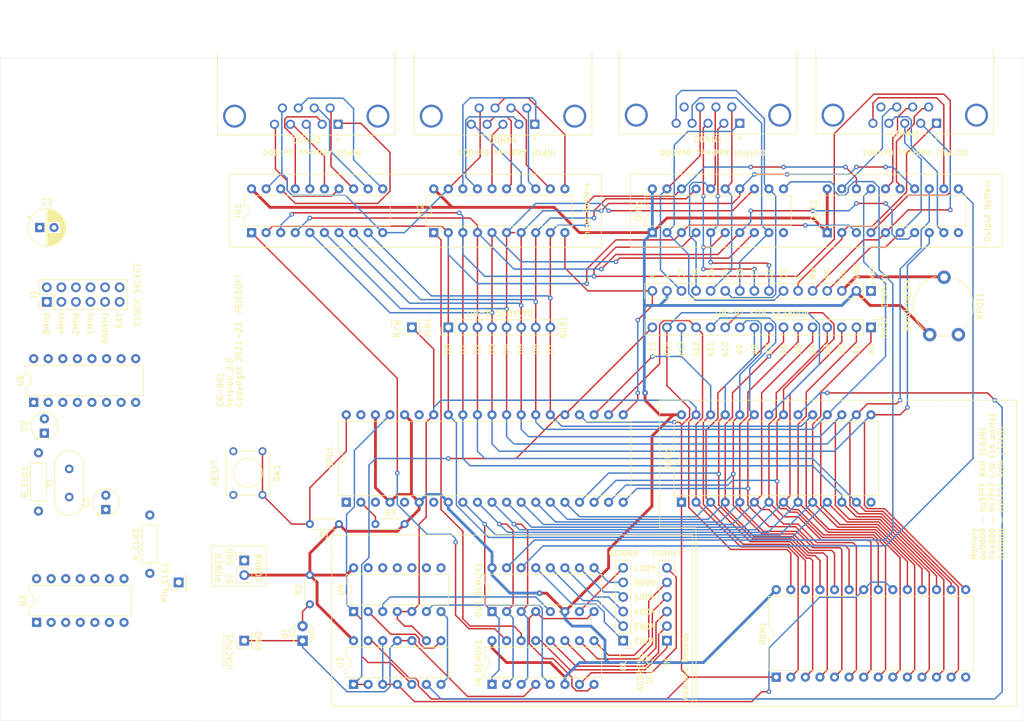
<source format=kicad_pcb>
(kicad_pcb (version 20221018) (generator pcbnew)
  (layers (0 "F.Cu" signal) (31 "B.Cu" signal) (34 "B.Paste" user) (35 "F.Paste" user) (36 "B.SilkS" user "B.Silkscreen") (37 "F.SilkS" user "F.Silkscreen") (38 "B.Mask" user) (39 "F.Mask" user) (44 "Edge.Cuts" user))
  (net 0 "")
  (net 1 "Net-(BUS1-Pin_1)")
  (net 2 "Net-(C1-Pad1)")
  (net 3 "+5V")
  (net 4 "Net-(C2-Pad1)")
  (net 5 "Net-(BUS1-Pin_2)")
  (net 6 "Net-(BUS1-Pin_3)")
  (net 7 "Net-(BUS1-Pin_4)")
  (net 8 "GND")
  (net 9 "Net-(BUS1-Pin_5)")
  (net 10 "Net-(BUS1-Pin_6)")
  (net 11 "Net-(BUS1-Pin_7)")
  (net 12 "Net-(BUS1-Pin_8)")
  (net 13 "Net-(BUS2-Pin_1)")
  (net 14 "Net-(BUS2-Pin_2)")
  (net 15 "Net-(BUS2-Pin_3)")
  (net 16 "Net-(BUS2-Pin_4)")
  (net 17 "Net-(BUS2-Pin_5)")
  (net 18 "Net-(BUS2-Pin_6)")
  (net 19 "Net-(BUS2-Pin_7)")
  (net 20 "Net-(BUS2-Pin_8)")
  (net 21 "Net-(BUS2-Pin_9)")
  (net 22 "Net-(BUS2-Pin_10)")
  (net 23 "Net-(BUS2-Pin_11)")
  (net 24 "Net-(BUS2-Pin_12)")
  (net 25 "Net-(BUS2-Pin_13)")
  (net 26 "Net-(BUS2-Pin_14)")
  (net 27 "Net-(CONN1-Pin_1)")
  (net 28 "Net-(CONN1-Pin_2)")
  (net 29 "Net-(CONN1-Pin_3)")
  (net 30 "Net-(CONN1-Pin_4)")
  (net 31 "Net-(CONN1-Pin_5)")
  (net 32 "Net-(CONN1-Pin_6)")
  (net 33 "Net-(CONN1-Pin_7)")
  (net 34 "Net-(CONN1-Pin_8)")
  (net 35 "Net-(CONN2-Pin_1)")
  (net 36 "Net-(CONN2-Pin_2)")
  (net 37 "Net-(CONN2-Pin_3)")
  (net 38 "Net-(CONN2-Pin_4)")
  (net 39 "Net-(CONN2-Pin_5)")
  (net 40 "Net-(CONN2-Pin_6)")
  (net 41 "Net-(CONN2-Pin_7)")
  (net 42 "Net-(CONN2-Pin_8)")
  (net 43 "Net-(CONN3-Pin_1)")
  (net 44 "Net-(CONN3-Pin_2)")
  (net 45 "Net-(CONN3-Pin_3)")
  (net 46 "Net-(CONN3-Pin_4)")
  (net 47 "Net-(CONN3-Pin_5)")
  (net 48 "Net-(CONN3-Pin_6)")
  (net 49 "Net-(CONN3-Pin_7)")
  (net 50 "Net-(CONN3-Pin_8)")
  (net 51 "Net-(CONN4-Pin_1)")
  (net 52 "Net-(CONN4-Pin_2)")
  (net 53 "Net-(CONN4-Pin_3)")
  (net 54 "Net-(CONN4-Pin_4)")
  (net 55 "Net-(CONN4-Pin_5)")
  (net 56 "Net-(CONN4-Pin_6)")
  (net 57 "Net-(CONN4-Pin_7)")
  (net 58 "Net-(CONN4-Pin_8)")
  (net 59 "Net-(CONN5-Pin_3)")
  (net 60 "Net-(CONN7-Pin_1)")
  (net 61 "Net-(CONN7-Pin_2)")
  (net 62 "Net-(CONN7-Pin_3)")
  (net 63 "Net-(CONN7-Pin_4)")
  (net 64 "Net-(CONN7-Pin_5)")
  (net 65 "Net-(CONN7-Pin_6)")
  (net 66 "Net-(CONN8-Pin_1)")
  (net 67 "Net-(CONN8-Pin_2)")
  (net 68 "Net-(CONN8-Pin_3)")
  (net 69 "Net-(CONN8-Pin_4)")
  (net 70 "Net-(CONN8-Pin_5)")
  (net 71 "Net-(CONN8-Pin_6)")
  (net 73 "Net-(CPU1-RDY)")
  (net 76 "/R!W")
  (net 77 "/A15")
  (net 78 "/A14")
  (net 81 "CLK")
  (net 83 "Net-(CPU1-~{RESET})")
  (net 84 "Net-(D1-K)")
  (net 91 "Net-(D1-A)")
  (net 92 "Net-(IN1-G1)")
  (net 93 "Net-(IN2-G1)")
  (net 94 "Net-(IN_DEMUX1-E2)")
  (net 95 "Net-(OUT1-Cp)")
  (net 96 "Net-(OUT2-Cp)")
  (net 97 "Net-(OUT_DEMUX1-E2)")
  (net 98 "Net-(RAM1-~{CS})")
  (net 99 "Net-(ROM1-~{CS})")
  (net 101 "Net-(J1-Pin_9)")
  (net 102 "Net-(J1-Pin_7)")
  (net 103 "Net-(J1-Pin_5)")
  (net 104 "Net-(J1-Pin_3)")
  (net 105 "Net-(J1-Pin_1)")
  (net 106 "Net-(J1-Pin_11)")
  (footprint "Package_DIP:DIP-40_W15.24mm" (layer "F.Cu") (at 160.655 104.775 90)
    (fp_text reference "CPU1")
    (fp_text value "WD65C02S")
  )
  (footprint "LED_THT:LED_D3.0mm" (layer "F.Cu") (at 153.035 128.905 90)
    (fp_text reference "D1")
    (fp_text value "IO_Active")
  )
  (footprint "Package_DIP:DIP-16_W7.62mm" (layer "F.Cu") (at 186.055 136.525 90)
    (fp_text reference "IN_DEMUX1")
    (fp_text value "74LS138")
  )
  (footprint "Package_DIP:DIP-20_W7.62mm" (layer "F.Cu") (at 213.995 57.785 90)
    (fp_text reference "OUT1")
    (fp_text value "74LS273")
  )
  (footprint "Package_DIP:DIP-20_W7.62mm" (layer "F.Cu") (at 244.475 57.785 90)
    (fp_text reference "OUT2")
    (fp_text value "74LS273")
  )
  (footprint "Package_DIP:DIP-16_W7.62mm" (layer "F.Cu") (at 186.055 123.825 90)
    (fp_text reference "OUT_DEMUX1")
    (fp_text value "74LS138")
  )
  (footprint "Resistor_THT:R_Axial_DIN0204_L3.6mm_D1.6mm_P5.08mm_Horizontal" (layer "F.Cu") (at 159.385 108.585 180)
    (fp_text reference "R1")
    (fp_text value " 1k")
  )
  (footprint "Resistor_THT:R_Axial_DIN0204_L3.6mm_D1.6mm_P5.08mm_Horizontal" (layer "F.Cu") (at 154.305 122.555 90)
    (fp_text reference "R2")
    (fp_text value "330")
  )
  (footprint "Package_DIP:DIP-28_W15.24mm" (layer "F.Cu") (at 219.075 104.775 90)
    (fp_text reference "RAM1")
    (fp_text value "32 kB RAM")
  )
  (footprint "Package_DIP:DIP-28_W15.24mm" (layer "F.Cu") (at 235.585 135.255 90)
    (fp_text reference "ROM1")
    (fp_text value "ROM ZIF Socket")
  )
  (footprint "Button_Switch_THT:SW_Tactile_Straight_KSL0Axx1LFTR" (layer "F.Cu") (at 146.05 95.885 -90)
    (fp_text reference "SW1")
    (fp_text value "RESET")
  )
  (footprint "Package_DIP:DIP-14_W7.62mm" (layer "F.Cu") (at 161.925 123.825 90)
    (fp_text reference "U4")
    (fp_text value "7400")
  )
  (footprint "Connector_PinHeader_2.54mm:PinHeader_1x02_P2.54mm_Vertical" (layer "F.Cu") (at 142.875 114.935)
    (fp_text reference "CONN6")
    (fp_text value "+5V")
  )
  (footprint "Package_DIP:DIP-14_W7.62mm" (layer "F.Cu") (at 161.925 136.525 90)
    (fp_text reference "U3")
    (fp_text value "7400")
  )
  (footprint "Connector_PinHeader_2.54mm:PinHeader_1x08_P2.54mm_Vertical" (layer "F.Cu") (at 178.435 74.295 90)
    (fp_text reference "BUS1")
    (fp_text value "DATABUS_8BIT")
  )
  (footprint "Connector_PinHeader_2.54mm:PinHeader_1x01_P2.54mm_Vertical" (layer "F.Cu") (at 172.085 74.295 90)
    (fp_text reference "PIN1")
    (fp_text value "R/!W")
  )
  (footprint "Connector_PinHeader_2.54mm:PinHeader_1x01_P2.54mm_Vertical" (layer "F.Cu") (at 142.875 128.905 90)
    (fp_text reference "PIN2")
    (fp_text value "!IO_Active")
  )
  (footprint "Connector_PinHeader_2.54mm:PinHeader_1x16_P2.54mm_Vertical" (layer "F.Cu") (at 252.095 74.295 -90)
    (fp_text reference "BUS2")
    (fp_text value "ADDRBUS_16BIT")
  )
  (footprint "Connector_Dsub:DSUB-9_Male_Horizontal_P2.77x2.84mm_EdgePinOffset9.90mm_Housed_MountingHolesOffset11.32mm" (layer "F.Cu") (at 229.235 38.735 180)
    (fp_text reference "CONN1")
    (fp_text value "OUT1")
  )
  (footprint "Connector_Dsub:DSUB-9_Male_Horizontal_P2.77x2.84mm_EdgePinOffset9.90mm_Housed_MountingHolesOffset11.32mm" (layer "F.Cu") (at 263.525 38.735 180)
    (fp_text reference "CONN2")
    (fp_text value "OUT2")
  )
  (footprint "Connector_PinHeader_2.54mm:PinHeader_1x16_P2.54mm_Vertical" (layer "F.Cu") (at 252.095 67.945 -90)
    (fp_text reference "CONN5" hide)
    (fp_text value "Display")
  )
  (footprint "Potentiometer_THT:Potentiometer_Piher_PT-10-V10_Vertical" (layer "F.Cu") (at 267.335 75.565 90)
    (fp_text reference "RPOT1")
    (fp_text value "10k")
  )
  (footprint "Connector_PinHeader_2.54mm:PinHeader_1x06_P2.54mm_Vertical" (layer "F.Cu") (at 216.535 128.905 180)
    (fp_text reference "CONN7")
    (fp_text value "ADDRSEL_IN")
  )
  (footprint "Connector_PinHeader_2.54mm:PinHeader_1x06_P2.54mm_Vertical" (layer "F.Cu") (at 208.915 128.905 180)
    (fp_text reference "CONN8")
    (fp_text value "ADDRSEL_OUT")
  )
  (footprint "Resistor_THT:R_Axial_DIN0204_L3.6mm_D1.6mm_P5.08mm_Horizontal" (layer "F.Cu") (at 165.735 108.585)
    (fp_text reference "R3")
    (fp_text value "3.3k")
  )
  (footprint "Capacitor_THT:CP_Radial_Tantal_D4.5mm_P2.50mm" (layer "F.Cu") (at 108.045 92.735 90)
    (fp_text reference "C2")
    (fp_text value "22pF")
  )
  (footprint "Connector_PinHeader_2.54mm:PinHeader_1x01_P2.54mm_Vertical" (layer "F.Cu") (at 131.445 118.745 90)
    (fp_text reference "PIN_CLK1")
    (fp_text value "EXT_CLK")
  )
  (footprint "Package_DIP:DIP-16_W7.62mm" (layer "F.Cu") (at 106.172 87.376 90)
    (fp_text reference "U5")
    (fp_text value "74LS163")
  )
  (footprint "Package_DIP:DIP-20_W7.62mm" (layer "F.Cu") (at 175.895 57.785 90)
    (fp_text reference "IN2")
    (fp_text value "74LS540")
  )
  (footprint "Connector_Dsub:DSUB-9_Male_Horizontal_P2.77x2.84mm_EdgePinOffset9.90mm_Housed_MountingHolesOffset11.32mm" (layer "F.Cu") (at 159.22 38.910331 180)
    (fp_text reference "CONN3")
    (fp_text value "IN1")
  )
  (footprint "Connector_PinHeader_2.54mm:PinHeader_2x06_P2.54mm_Vertical" (layer "F.Cu") (at 108.458 69.855 90)
    (fp_text reference "J1")
    (fp_text value "Conn_02x06_Odd_Even")
  )
  (footprint "Capacitor_THT:CP_Radial_Tantal_D4.5mm_P2.50mm" (layer "F.Cu") (at 118.745 106.045 90)
    (fp_text reference "C1")
    (fp_text value "22pF")
  )
  (footprint "Capacitor_THT:CP_Radial_D6.3mm_P2.50mm" (layer "F.Cu") (at 107.228 56.896)
    (fp_text reference "C3")
    (fp_text value "100uF")
  )
  (footprint "Package_DIP:DIP-20_W7.62mm" (layer "F.Cu") (at 144.145 57.785 90)
    (fp_text reference "IN1")
    (fp_text value "74LS540")
  )
  (footprint "Package_DIP:DIP-14_W7.62mm" (layer "F.Cu") (at 106.68 125.72 90)
    (fp_text reference "U2")
    (fp_text value "74HCU04")
  )
  (footprint "Resistor_THT:R_Axial_DIN0207_L6.3mm_D2.5mm_P10.16mm_Horizontal" (layer "F.Cu") (at 126.415 117.167288 90)
    (fp_text reference "R_CLK2")
    (fp_text value "22")
  )
  (footprint "Connector_Dsub:DSUB-9_Male_Horizontal_P2.77x2.84mm_EdgePinOffset9.90mm_Housed_MountingHolesOffset11.32mm" (layer "F.Cu") (at 193.51 38.910331 180)
    (fp_text reference "CONN4")
    (fp_text value "IN2")
  )
  (footprint "Crystal:Crystal_HC18-U_Vertical" (layer "F.Cu") (at 112.365 103.867288 90)
    (fp_text reference "Y1")
    (fp_text value "Crystal 8MHz")
  )
  (footprint "Resistor_THT:R_Axial_DIN0207_L6.3mm_D2.5mm_P10.16mm_Horizontal" (layer "F.Cu") (at 107.015 106.317288 90)
    (fp_text reference "R_CLK1")
    (fp_text value "10M")
  )
  (gr_line (start 158.115 140.335) (end 210.185 140.335) (stroke (width 0.12)) (layer "F.SilkS"))
  (gr_line (start 263.525 140.335) (end 258.445 140.335) (stroke (width 0.12)) (layer "F.SilkS"))
  (gr_line (start 140.335 60.325) (end 205.105 60.325) (stroke (width 0.12)) (layer "F.SilkS"))
  (gr_line (start 274.955 60.325) (end 274.955 47.625) (stroke (width 0.12)) (layer "F.SilkS"))
  (gr_line (start 263.525 86.995) (end 277.495 86.995) (stroke (width 0.12)) (layer "F.SilkS"))
  (gr_line (start 277.495 140.335) (end 263.525 140.335) (stroke (width 0.12)) (layer "F.SilkS"))
  (gr_line (start 215.265 88.265) (end 215.265 86.995) (stroke (width 0.12)) (layer "F.SilkS"))
  (gr_line (start 277.495 88.265) (end 277.495 86.995) (stroke (width 0.12)) (layer "F.SilkS"))
  (gr_line (start 137.16 112.395) (end 137.16 119.38) (stroke (width 0.12)) (layer "F.SilkS"))
  (gr_line (start 221.615 140.335) (end 258.445 140.335) (stroke (width 0.12)) (layer "F.SilkS"))
  (gr_line (start 210.185 140.335) (end 220.98 140.335) (stroke (width 0.12)) (layer "F.SilkS"))
  (gr_line (start 158.115 110.49) (end 158.115 113.665) (stroke (width 0.12)) (layer "F.SilkS"))
  (gr_line (start 137.16 119.38) (end 146.685 119.38) (stroke (width 0.12)) (layer "F.SilkS"))
  (gr_line (start 139.319 133.731) (end 139.319 127.635) (stroke (width 0.12)) (layer "F.SilkS"))
  (gr_line (start 210.185 47.625) (end 210.185 60.325) (stroke (width 0.12)) (layer "F.SilkS"))
  (gr_line (start 215.265 109.22) (end 221.615 109.22) (stroke (width 0.12)) (layer "F.SilkS"))
  (gr_line (start 205.105 60.325) (end 205.105 47.625) (stroke (width 0.12)) (layer "F.SilkS"))
  (gr_line (start 220.98 113.665) (end 220.98 110.49) (stroke (width 0.12)) (layer "F.SilkS"))
  (gr_line (start 205.105 47.625) (end 140.335 47.625) (stroke (width 0.12)) (layer "F.SilkS"))
  (gr_line (start 168.529 74.041) (end 168.529 73.025) (stroke (width 0.12)) (layer "F.SilkS"))
  (gr_line (start 215.265 88.265) (end 215.265 109.22) (stroke (width 0.12)) (layer "F.SilkS"))
  (gr_line (start 220.98 110.49) (end 158.115 110.49) (stroke (width 0.12)) (layer "F.SilkS"))
  (gr_line (start 220.98 140.335) (end 220.98 113.665) (stroke (width 0.12)) (layer "F.SilkS"))
  (gr_line (start 221.615 109.22) (end 221.615 140.335) (stroke (width 0.12)) (layer "F.SilkS"))
  (gr_line (start 146.685 119.38) (end 146.685 112.395) (stroke (width 0.12)) (layer "F.SilkS"))
  (gr_line (start 274.955 47.625) (end 210.185 47.625) (stroke (width 0.12)) (layer "F.SilkS"))
  (gr_line (start 258.445 86.995) (end 215.265 86.995) (stroke (width 0.12)) (layer "F.SilkS"))
  (gr_line (start 158.115 116.205) (end 158.115 113.665) (stroke (width 0.12)) (layer "F.SilkS"))
  (gr_line (start 158.115 116.205) (end 158.115 140.335) (stroke (width 0.12)) (layer "F.SilkS"))
  (gr_line (start 146.685 112.395) (end 137.16 112.395) (stroke (width 0.12)) (layer "F.SilkS"))
  (gr_line (start 210.185 60.325) (end 274.955 60.325) (stroke (width 0.12)) (layer "F.SilkS"))
  (gr_line (start 277.495 88.265) (end 277.495 140.335) (stroke (width 0.12)) (layer "F.SilkS"))
  (gr_line (start 258.445 86.995) (end 263.525 86.995) (stroke (width 0.12)) (layer "F.SilkS"))
  (gr_line (start 140.335 47.625) (end 140.335 60.325) (stroke (width 0.12)) (layer "F.SilkS"))
  (gr_line (start 133.985 27.305) (end 278.765 27.305) (stroke (width 0.05)) (layer "Edge.Cuts"))
  (gr_line (start 278.765 140.335) (end 278.765 142.875) (stroke (width 0.05)) (layer "Edge.Cuts"))
  (gr_line (start 278.765 142.875) (end 133.985 142.875) (stroke (width 0.05)) (layer "Edge.Cuts"))
  (gr_line (start 100.33 140.335) (end 100.33 27.305) (stroke (width 0.05)) (layer "Edge.Cuts"))
  (gr_line (start 133.985 27.305) (end 100.33 27.305) (stroke (width 0.05)) (layer "Edge.Cuts"))
  (gr_line (start 278.765 27.305) (end 278.765 140.335) (stroke (width 0.05)) (layer "Edge.Cuts"))
  (gr_line (start 133.985 142.875) (end 100.33 142.875) (stroke (width 0.05)) (layer "Edge.Cuts"))
  (gr_line (start 100.33 142.875) (end 100.33 140.335) (stroke (width 0.05)) (layer "Edge.Cuts"))
  (gr_text "OUTPUT Address 0x4001" (at 259.715 43.815 180) (layer "F.SilkS") (effects (font (size 1 1))))
  (gr_text "D7" (at 196.215 78.105 90) (layer "F.SilkS") (effects (font (size 1 1))))
  (gr_text "A15" (at 213.995 78.105 90) (layer "F.SilkS") (effects (font (size 1 1))))
  (gr_text "A13" (at 219.075 78.105 90) (layer "F.SilkS") (effects (font (size 1 1))))
  (gr_text "A9" (at 229.235 78.105 90) (layer "F.SilkS") (effects (font (size 1 1))))
  (gr_text "A14" (at 216.535 78.105 90) (layer "F.SilkS") (effects (font (size 1 1))))
  (gr_text "A11" (at 224.155 78.105 90) (layer "F.SilkS") (effects (font (size 1 1))))
  (gr_text "A8" (at 231.775 78.105 90) (layer "F.SilkS") (effects (font (size 1 1))))
  (gr_text "A10" (at 226.695 78.105 90) (layer "F.SilkS") (effects (font (size 1 1))))
  (gr_text "A12" (at 221.615 78.105 90) (layer "F.SilkS") (effects (font (size 1 1))))
  (gr_text "A7" (at 234.315 78.105 90) (layer "F.SilkS") (effects (font (size 1 1))))
  (gr_text "A5" (at 239.395 78.105 90) (layer "F.SilkS") (effects (font (size 1 1))))
  (gr_text "A1" (at 249.555 78.105 90) (layer "F.SilkS") (effects (font (size 1 1))))
  (gr_text "A6" (at 236.855 78.105 90) (layer "F.SilkS") (effects (font (size 1 1))))
  (gr_text "A3" (at 244.475 78.105 90) (layer "F.SilkS") (effects (font (size 1 1))))
  (gr_text "A0" (at 252.095 78.105 90) (layer "F.SilkS") (effects (font (size 1 1))))
  (gr_text "A2" (at 247.015 78.105 90) (layer "F.SilkS") (effects (font (size 1 1))))
  (gr_text "A4" (at 241.935 78.105 90) (layer "F.SilkS") (effects (font (size 1 1))))
  (gr_text "DISPLAY" (at 254.508 67.818 90) (layer "F.SilkS") (effects (font (size 1 1))))
  (gr_text "OUT" (at 208.915 132.715 90) (layer "F.SilkS") (effects (font (size 1 1))))
  (gr_text "4007" (at 212.725 116.205 180) (layer "F.SilkS") (effects (font (size 1 1))))
  (gr_text "D4" (at 227.33 66.04 90) (layer "F.SilkS") (effects (font (size 1 1)) (justify left bottom)))
  (gr_text "RESET" (at 137.795 99.695 90) (layer "F.SilkS") (effects (font (size 1 1))))
  (gr_text "K" (at 214.63 66.04 90) (layer "F.SilkS") (effects (font (size 1 1)) (justify left bottom)))
  (gr_text "5V" (at 140.335 118.11 90) (layer "F.SilkS") (effects (font (size 1 1))))
  (gr_text "GND" (at 140.335 114.3 90) (layer "F.SilkS") (effects (font (size 1 1))))
  (gr_text "4002" (at 212.725 128.905 180) (layer "F.SilkS") (effects (font (size 1 1))))
  (gr_text "4005" (at 212.725 121.285 180) (layer "F.SilkS") (effects (font (size 1 1))))
  (gr_text "INPUT Address 0x4001" (at 188.595 43.815 180) (layer "F.SilkS") (effects (font (size 1 1))))
  (gr_text "RW" (at 242.57 66.04 90) (layer "F.SilkS") (effects (font (size 1 1)) (justify left bottom)))
  (gr_text "D1" (at 180.975 78.105 90) (layer "F.SilkS") (effects (font (size 1 1))))
  (gr_text "A" (at 217.17 66.04 90) (layer "F.SilkS") (effects (font (size 1 1)) (justify left bottom)))
  (gr_text "Vss" (at 252.73 66.04 90) (layer "F.SilkS") (effects (font (size 1 1)) (justify left bottom)))
  (gr_text "E" (at 240.03 66.04 90) (layer "F.SilkS") (effects (font (size 1 1)) (justify left bottom)))
  (gr_text "POWER" (at 138.43 116.205 90) (layer "F.SilkS") (effects (font (size 1 1))))
  (gr_text "D6" (at 222.25 66.04 90) (layer "F.SilkS") (effects (font (size 1 1)) (justify left bottom)))
  (gr_text "D2" (at 183.515 78.105 90) (layer "F.SilkS") (effects (font (size 1 1))))
  (gr_text "2MHz" (at 113.533 73.66 90) (layer "F.SilkS") (effects (font (size 1 1))))
  (gr_text "D5" (at 224.79 66.04 90) (layer "F.SilkS") (effects (font (size 1 1)) (justify left bottom)))
  (gr_text "IOACTIVE" (at 140.335 130.81 90) (layer "F.SilkS") (effects (font (size 1 1))))
  (gr_text "D3" (at 229.87 66.04 90) (layer "F.SilkS") (effects (font (size 1 1)) (justify left bottom)))
  (gr_text "500kHz" (at 118.613 74.422 90) (layer "F.SilkS") (effects (font (size 1 1))))
  (gr_text "CLOCK SELECT" (at 124.201 68.58 90) (layer "F.SilkS") (effects (font (size 1 1))))
  (gr_text "Vo" (at 247.65 66.04 90) (layer "F.SilkS") (effects (font (size 1 1)) (justify left bottom)))
  (gr_text "D6" (at 193.675 78.105 90) (layer "F.SilkS") (effects (font (size 1 1))))
  (gr_text "INPUT Address 0x4000 " (at 154.305 43.815 180) (layer "F.SilkS") (effects (font (size 1 1))))
  (gr_text "EXT" (at 121.153 73.152 90) (layer "F.SilkS") (effects (font (size 1 1))))
  (gr_text "ADDRESS BUS 16-BIT" (at 233.045 71.755 180) (layer "F.SilkS") (effects (font (size 1 1))))
  (gr_text "4004" (at 212.725 123.825 180) (layer "F.SilkS") (effects (font (size 1 1))))
  (gr_text "Output Buffers" (at 272.415 53.975 90) (layer "F.SilkS") (effects (font (size 1 1))))
  (gr_text "RS" (at 245.11 66.04 90) (layer "F.SilkS") (effects (font (size 1 1)) (justify left bottom)))
  (gr_text "DATABUS 8-BIT" (at 187.325 71.755 180) (layer "F.SilkS") (effects (font (size 1 1))))
  (gr_text "1MHz" (at 116.073 73.66 90) (layer "F.SilkS") (effects (font (size 1 1))))
  (gr_text "D1" (at 234.95 66.04 90) (layer "F.SilkS") (effects (font (size 1 1)) (justify left bottom)))
  (gr_text "4006" (at 212.725 118.745 180) (layer "F.SilkS") (effects (font (size 1 1))))
  (gr_text "D4" (at 188.595 78.105 90) (layer "F.SilkS") (effects (font (size 1 1))))
  (gr_text "D7" (at 219.71 66.04 90) (layer "F.SilkS") (effects (font (size 1 1)) (justify left bottom)))
  (gr_text "CR-001\nVersion 2.0\nCopyright 2021-23  FRIESOFT" (at 140.335 88.265 90) (layer "F.SilkS") (effects (font (size 1 1)) (justify left)))
  (gr_text "Input Buffers" (at 202.565 53.975 90) (layer "F.SilkS") (effects (font (size 1 1))))
  (gr_text "ADDRESS \nSELECT" (at 212.725 133.985 90) (layer "F.SilkS") (effects (font (size 1 1))))
  (gr_text "4003" (at 212.725 126.365 180) (layer "F.SilkS") (effects (font (size 1 1))))
  (gr_text "4MHz" (at 110.993 73.66 90) (layer "F.SilkS") (effects (font (size 1 1))))
  (gr_text "D2" (at 232.41 66.04 90) (layer "F.SilkS") (effects (font (size 1 1)) (justify left bottom)))
  (gr_text "IN" (at 216.535 132.715 90) (layer "F.SilkS") (effects (font (size 1 1))))
  (gr_text "D0" (at 178.435 78.105 90) (layer "F.SilkS") (effects (font (size 1 1))))
  (gr_text "D0" (at 237.49 66.04 90) (layer "F.SilkS") (effects (font (size 1 1)) (justify left bottom)))
  (gr_text "8MHz" (at 108.453 73.66 90) (layer "F.SilkS") (effects (font (size 1 1))))
  (gr_text "R/W" (at 169.545 74.549 90) (layer "F.SilkS") (effects (font (size 1 1))))
  (gr_text "D3" (at 186.055 78.105 90) (layer "F.SilkS") (effects (font (size 1 1))))
  (gr_text "BRIGHTNESS" (at 258.445 70.485 90) (layer "F.SilkS") (effects (font (size 1 1))))
  (gr_text "OUTPUT Address 0x4000 " (at 224.155 43.815 180) (layer "F.SilkS") (effects (font (size 1 1))))
  (gr_text "D5" (at 191.135 78.105 90) (layer "F.SilkS") (effects (font (size 1 1))))
  (gr_text "Vdd" (at 250.19 66.04 90) (layer "F.SilkS") (effects (font (size 1 1)) (justify left bottom)))
  (gr_text "Address Decode" (at 219.71 133.35 90) (layer "F.SilkS") (effects (font (size 1 1))))
  (gr_text "Memory\n0x0000 - 0x3FFF RAM (16kB)\n0x4000 - 0x7FFF I/O (16 ports)\n0x8000 - 0xFFFF ROM (32kB)\n" (at 272.415 114.935 90) (layer "F.SilkS") (effects (font (size 1 1)) (justify left)))
  (segment (start 188.595 70.485) (end 188.595 57.785) (width 0.25) (layer "F.Cu") (net 0))
  (segment (start 191.135 69.215) (end 191.135 57.785) (width 0.25) (layer "F.Cu") (net 0))
  (segment (start 193.675 67.945) (end 193.675 57.785) (width 0.25) (layer "F.Cu") (net 0))
  (segment (start 188.595 71.12) (end 188.595 70.485) (width 0.25) (layer "F.Cu") (net 0))
  (segment (start 191.135 70.485) (end 191.135 69.215) (width 0.25) (layer "F.Cu") (net 0))
  (segment (start 193.675 69.85) (end 193.675 67.945) (width 0.25) (layer "F.Cu") (net 0))
  (segment (start 196.215 69.215) (end 196.215 57.785) (width 0.25) (layer "F.Cu") (net 0))
  (segment (start 243.349999 90.660001) (end 244.475 89.535) (width 0.25) (layer "F.Cu") (net 0))
  (segment (start 203.835 55.245) (end 203.835 53.975) (width 0.25) (layer "F.Cu") (net 0))
  (segment (start 188.595 50.165) (end 189.394999 49.365001) (width 0.25) (layer "F.Cu") (net 0))
  (segment (start 244.475 104.775) (end 247.91502 108.21502) (width 0.25) (layer "F.Cu") (net 0))
  (segment (start 150.350001 48.750001) (end 148.305 46.705) (width 0.25) (layer "F.Cu") (net 0))
  (segment (start 202.565 52.705) (end 203.835 51.435) (width 0.25) (layer "F.Cu") (net 0))
  (segment (start 257.175 89.535) (end 258.445 88.265) (width 0.25) (layer "F.Cu") (net 0))
  (segment (start 206.375 53.975) (end 227.965 53.975) (width 0.25) (layer "F.Cu") (net 0))
  (segment (start 203.835 65.405) (end 203.835 64.135) (width 0.25) (layer "F.Cu") (net 0))
  (segment (start 205.105 53.975) (end 206.375 52.705) (width 0.25) (layer "F.Cu") (net 0))
  (segment (start 186.055 89.535) (end 186.055 57.785) (width 0.25) (layer "F.Cu") (net 0))
  (segment (start 248.429999 105.315001) (end 249.915019 106.800021) (width 0.25) (layer "F.Cu") (net 0))
  (segment (start 229.235 51.435) (end 229.235 50.165) (width 0.25) (layer "F.Cu") (net 0))
  (segment (start 249.555 50.165) (end 249.555 48.26) (width 0.25) (layer "F.Cu") (net 0))
  (segment (start 180.34 54.330009) (end 151.409991 54.330009) (width 0.25) (layer "F.Cu") (net 0))
  (segment (start 203.835 51.435) (end 217.805 51.435) (width 0.25) (layer "F.Cu") (net 0))
  (segment (start 219.075 57.785) (end 220.345 56.515) (width 0.25) (layer "F.Cu") (net 0))
  (segment (start 202.565 66.675) (end 202.565 64.135) (width 0.25) (layer "F.Cu") (net 0))
  (segment (start 186.055 50.165) (end 186.055 40.815) (width 0.25) (layer "F.Cu") (net 0))
  (segment (start 264.795 118.259953) (end 264.795 133.985) (width 0.25) (layer "F.Cu") (net 0))
  (segment (start 177.309999 56.659999) (end 178.435 57.785) (width 0.25) (layer "F.Cu") (net 0))
  (segment (start 254.157878 106.350011) (end 267.335 119.527133) (width 0.25) (layer "F.Cu") (net 0))
  (segment (start 196.215 50.165) (end 192.030001 45.980001) (width 0.25) (layer "F.Cu") (net 0))
  (segment (start 252.095 57.785) (end 258.589999 51.290001) (width 0.25) (layer "F.Cu") (net 0))
  (segment (start 262.255 116.992773) (end 262.255 133.985) (width 0.25) (layer "F.Cu") (net 0))
  (segment (start 196.215 75.565) (end 196.215 73.025) (width 0.25) (layer "F.Cu") (net 0))
  (segment (start 253.207997 109.855) (end 252.918046 109.565049) (width 0.25) (layer "F.Cu") (net 0))
  (segment (start 251.554999 105.900001) (end 250.969999 105.315001) (width 0.25) (layer "F.Cu") (net 0))
  (segment (start 249.555 46.355) (end 254 46.355) (width 0.25) (layer "F.Cu") (net 0))
  (segment (start 198.755 50.165) (end 198.755 40.694998) (width 0.25) (layer "F.Cu") (net 0))
  (segment (start 252.095 89.535) (end 257.175 89.535) (width 0.25) (layer "F.Cu") (net 0))
  (segment (start 253.663647 107.76501) (end 248.340008 107.76501) (width 0.25) (layer "F.Cu") (net 0))
  (segment (start 159.385 50.165) (end 158.115 51.435) (width 0.25) (layer "F.Cu") (net 0))
  (segment (start 151.765 41.275) (end 149.949999 39.459999) (width 0.25) (layer "F.Cu") (net 0))
  (segment (start 191.135 89.535) (end 191.135 70.485) (width 0.25) (layer "F.Cu") (net 0))
  (segment (start 189.394999 49.365001) (end 189.394999 38.329997) (width 0.25) (layer "F.Cu") (net 0))
  (segment (start 205.92499 51.88501) (end 219.89499 51.88501) (width 0.25) (layer "F.Cu") (net 0))
  (segment (start 188.675001 37.609999) (end 186.490001 37.609999) (width 0.25) (layer "F.Cu") (net 0))
  (segment (start 227.33 62.23) (end 208.28 62.23) (width 0.25) (layer "F.Cu") (net 0))
  (segment (start 258.445 120.015) (end 258.445 115.092003) (width 0.25) (layer "F.Cu") (net 0))
  (segment (start 207.645 61.595) (end 225.425 61.595) (width 0.25) (layer "F.Cu") (net 0))
  (segment (start 192.377501 34.317499) (end 188.327501 34.317499) (width 0.25) (layer "F.Cu") (net 0))
  (segment (start 268.605 120.015) (end 254.490001 105.900001) (width 0.25) (layer "F.Cu") (net 0))
  (segment (start 258.589999 51.290001) (end 265.335001 51.290001) (width 0.25) (layer "F.Cu") (net 0))
  (segment (start 180.975 57.785) (end 180.975 89.535) (width 0.25) (layer "F.Cu") (net 0))
  (segment (start 158.115 51.435) (end 151.369998 51.435) (width 0.25) (layer "F.Cu") (net 0))
  (segment (start 249.555 89.535) (end 251.46 87.63) (width 0.25) (layer "F.Cu") (net 0))
  (segment (start 219.075 60.325) (end 221.615 57.785) (width 0.25) (layer "F.Cu") (net 0))
  (segment (start 189.394999 38.329997) (end 188.675001 37.609999) (width 0.25) (layer "F.Cu") (net 0))
  (segment (start 188.595 57.785) (end 190.009999 57.785) (width 0.25) (layer "F.Cu") (net 0))
  (segment (start 225.425 61.595) (end 229.235 57.785) (width 0.25) (layer "F.Cu") (net 0))
  (segment (start 253.207997 109.855) (end 253.286499 109.933502) (width 0.25) (layer "F.Cu") (net 0))
  (segment (start 151.765 50.165) (end 151.765 41.275) (width 0.25) (layer "F.Cu") (net 0))
  (segment (start 249.915019 106.800021) (end 253.971478 106.800021) (width 0.25) (layer "F.Cu") (net 0))
  (segment (start 150.350001 50.415003) (end 150.350001 48.750001) (width 0.25) (layer "F.Cu") (net 0))
  (segment (start 249.555 107.315) (end 253.850047 107.315) (width 0.25) (layer "F.Cu") (net 0))
  (segment (start 265.335001 51.290001) (end 265.920001 50.705001) (width 0.25) (layer "F.Cu") (net 0))
  (segment (start 252.586002 33.655) (end 245.700001 40.541001) (width 0.25) (layer "F.Cu") (net 0))
  (segment (start 155.489999 37.609999) (end 156.615 38.735) (width 0.25) (layer "F.Cu") (net 0))
  (segment (start 260.985 116.359183) (end 253.290847 108.66503) (width 0.25) (layer "F.Cu") (net 0))
  (segment (start 244.793205 109.536795) (end 240.809999 105.553589) (width 0.25) (layer "F.Cu") (net 0))
  (segment (start 250.969999 90.660001) (end 252.095 89.535) (width 0.25) (layer "F.Cu") (net 0))
  (segment (start 190.030002 36.195) (end 189.52 36.195) (width 0.25) (layer "F.Cu") (net 0))
  (segment (start 263.525 120.015) (end 263.525 117.626363) (width 0.25) (layer "F.Cu") (net 0))
  (segment (start 245.700001 40.541001) (end 245.700001 58.925001) (width 0.25) (layer "F.Cu") (net 0))
  (segment (start 239.220002 65.405) (end 203.835 65.405) (width 0.25) (layer "F.Cu") (net 0))
  (segment (start 188.327501 34.317499) (end 188.1575 34.4875) (width 0.25) (layer "F.Cu") (net 0))
  (segment (start 203.835 53.975) (end 205.92499 51.88501) (width 0.25) (layer "F.Cu") (net 0))
  (segment (start 186.490001 37.609999) (end 185.365 38.735) (width 0.25) (layer "F.Cu") (net 0))
  (segment (start 186.055 40.815) (end 188.135 38.735) (width 0.25) (layer "F.Cu") (net 0))
  (segment (start 203.835 64.135) (end 207.645 60.325) (width 0.25) (layer "F.Cu") (net 0))
  (segment (start 208.28 62.23) (end 207.645 62.865) (width 0.25) (layer "F.Cu") (net 0))
  (segment (start 253.290847 108.66503) (end 246.700028 108.66503) (width 0.25) (layer "F.Cu") (net 0))
  (segment (start 202.565 56.515) (end 202.565 52.705) (width 0.25) (layer "F.Cu") (net 0))
  (segment (start 236.855 46.355) (end 231.14 46.355) (width 0.25) (layer "F.Cu") (net 0))
  (segment (start 202.565 64.135) (end 207.645 59.055) (width 0.25) (layer "F.Cu") (net 0))
  (segment (start 207.645 60.325) (end 219.075 60.325) (width 0.25) (layer "F.Cu") (net 0))
  (segment (start 158 46.24) (end 158 36.195) (width 0.25) (layer "F.Cu") (net 0))
  (segment (start 224.155 56.515) (end 240.665 56.515) (width 0.25) (layer "F.Cu") (net 0))
  (segment (start 183.515 56.515) (end 182.245 55.245) (width 0.25) (layer "F.Cu") (net 0))
  (segment (start 183.515 89.535) (end 183.515 73.025) (width 0.25) (layer "F.Cu") (net 0))
  (segment (start 248.429999 105.315001) (end 248.429999 90.660001) (width 0.25) (layer "F.Cu") (net 0))
  (segment (start 220.345 56.515) (end 224.155 56.515) (width 0.25) (layer "F.Cu") (net 0))
  (segment (start 151.369998 51.435) (end 150.350001 50.415003) (width 0.25) (layer "F.Cu") (net 0))
  (segment (start 196.215 73.025) (end 196.215 69.215) (width 0.25) (layer "F.Cu") (net 0))
  (segment (start 245.889999 105.315001) (end 245.889999 90.660001) (width 0.25) (layer "F.Cu") (net 0))
  (segment (start 249.555 52.705) (end 254.635 52.705) (width 0.25) (layer "F.Cu") (net 0))
  (segment (start 240.809999 90.660001) (end 241.935 89.535) (width 0.25) (layer "F.Cu") (net 0))
  (segment (start 156.845 50.165) (end 156.845 44.505) (width 0.25) (layer "F.Cu") (net 0))
  (segment (start 245.700001 58.925001) (end 239.220002 65.405) (width 0.25) (layer "F.Cu") (net 0))
  (segment (start 183.515 73.025) (end 183.515 57.785) (width 0.25) (layer "F.Cu") (net 0))
  (segment (start 188.595 89.535) (end 188.595 71.12) (width 0.25) (layer "F.Cu") (net 0))
  (segment (start 151.409991 54.330009) (end 151.13 54.61) (width 0.25) (layer "F.Cu") (net 0))
  (segment (start 192.030001 45.980001) (end 192.030001 38.194999) (width 0.25) (layer "F.Cu") (net 0))
  (segment (start 258.445 115.092003) (end 253.207997 109.855) (width 0.25) (layer "F.Cu") (net 0))
  (segment (start 257.084999 87.085001) (end 257.175 86.995) (width 0.25) (layer "F.Cu") (net 0))
  (segment (start 168.275 50.560002) (end 168.275 43.815) (width 0.25) (layer "F.Cu") (net 0))
  (segment (start 217.805 59.055) (end 219.075 57.785) (width 0.25) (layer "F.Cu") (net 0))
  (segment (start 192.030001 38.194999) (end 190.030002 36.195) (width 0.25) (layer "F.Cu") (net 0))
  (segment (start 265.920001 50.705001) (end 265.920001 34.780001) (width 0.25) (layer "F.Cu") (net 0))
  (segment (start 246.060385 109.536795) (end 244.793205 109.536795) (width 0.25) (layer "F.Cu") (net 0))
  (segment (start 256.54 87.63) (end 251.46 87.63) (width 0.25) (layer "F.Cu") (net 0))
  (segment (start 254.635 46.355) (end 254 46.355) (width 0.25) (layer "F.Cu") (net 0))
  (segment (start 240.809999 105.553589) (end 240.809999 90.660001) (width 0.25) (layer "F.Cu") (net 0))
  (segment (start 193.675 89.535) (end 193.675 69.85) (width 0.25) (layer "F.Cu") (net 0))
  (segment (start 247.91502 108.21502) (end 253.477247 108.21502) (width 0.25) (layer "F.Cu") (net 0))
  (segment (start 266.065 118.893543) (end 266.065 120.015) (width 0.25) (layer "F.Cu") (net 0))
  (segment (start 148.305 46.705) (end 148.305 38.735) (width 0.25) (layer "F.Cu") (net 0))
  (segment (start 149.225 50.165) (end 151.765 52.705) (width 0.25) (layer "F.Cu") (net 0))
  (segment (start 262.255 133.985) (end 260.985 135.255) (width 0.25) (layer "F.Cu") (net 0))
  (segment (start 243.349999 105.315001) (end 243.349999 90.660001) (width 0.25) (layer "F.Cu") (net 0))
  (segment (start 252.918046 109.565049) (end 246.088638 109.565048) (width 0.25) (layer "F.Cu") (net 0))
  (segment (start 219.89499 51.88501) (end 221.615 50.165) (width 0.25) (layer "F.Cu") (net 0))
  (segment (start 182.245 55.245) (end 154.305 55.245) (width 0.25) (layer "F.Cu") (net 0))
  (segment (start 149.949999 39.459999) (end 149.949999 38.010001) (width 0.25) (layer "F.Cu") (net 0))
  (segment (start 227.965 53.975) (end 231.775 50.165) (width 0.25) (layer "F.Cu") (net 0))
  (segment (start 264.795 133.985) (end 263.525 135.255) (width 0.25) (layer "F.Cu") (net 0))
  (segment (start 248.429999 90.660001) (end 249.555 89.535) (width 0.25) (layer "F.Cu") (net 0))
  (segment (start 267.335 133.985) (end 266.065 135.255) (width 0.25) (layer "F.Cu") (net 0))
  (segment (start 227.33 62.23) (end 231.775 57.785) (width 0.25) (layer "F.Cu") (net 0))
  (segment (start 149.949999 38.010001) (end 150.350001 37.609999) (width 0.25) (layer "F.Cu") (net 0))
  (segment (start 231.775 47.625) (end 237.49 47.625) (width 0.25) (layer "F.Cu") (net 0))
  (segment (start 253.477247 108.21502) (end 262.255 116.992773) (width 0.25) (layer "F.Cu") (net 0))
  (segment (start 251.130011 106.350011) (end 254.157878 106.350011) (width 0.25) (layer "F.Cu") (net 0))
  (segment (start 166.130002 52.705) (end 168.275 50.560002) (width 0.25) (layer "F.Cu") (net 0))
  (segment (start 249.555 104.775) (end 251.130011 106.350011) (width 0.25) (layer "F.Cu") (net 0))
  (segment (start 245.889999 90.660001) (end 247.015 89.535) (width 0.25) (layer "F.Cu") (net 0))
  (segment (start 253.850047 107.315) (end 264.795 118.259953) (width 0.25) (layer "F.Cu") (net 0))
  (segment (start 178.435 89.535) (end 178.435 57.785) (width 0.25) (layer "F.Cu") (net 0))
  (segment (start 264.795 33.655) (end 252.586002 33.655) (width 0.25) (layer "F.Cu") (net 0))
  (segment (start 246.088638 109.565048) (end 246.060385 109.536795) (width 0.25) (layer "F.Cu") (net 0))
  (segment (start 196.215 89.535) (end 196.215 75.565) (width 0.25) (layer "F.Cu") (net 0))
  (segment (start 254.490001 105.900001) (end 251.554999 105.900001) (width 0.25) (layer "F.Cu") (net 0))
  (segment (start 217.805 51.435) (end 219.075 50.165) (width 0.25) (layer "F.Cu") (net 0))
  (segment (start 198.755 40.694998) (end 192.377501 34.317499) (width 0.25) (layer "F.Cu") (net 0))
  (segment (start 183.515 57.785) (end 183.515 56.515) (width 0.25) (layer "F.Cu") (net 0))
  (segment (start 263.525 117.626363) (end 253.663647 107.76501) (width 0.25) (layer "F.Cu") (net 0))
  (segment (start 206.375 52.705) (end 227.965 52.705) (width 0.25) (layer "F.Cu") (net 0))
  (segment (start 161.925 50.165) (end 158 46.24) (width 0.25) (layer "F.Cu") (net 0))
  (segment (start 147.810001 56.659999) (end 177.309999 56.659999) (width 0.25) (layer "F.Cu") (net 0))
  (segment (start 248.340008 107.76501) (end 245.889999 105.315001) (width 0.25) (layer "F.Cu") (net 0))
  (segment (start 205.105 64.135) (end 207.645 61.595) (width 0.25) (layer "F.Cu") (net 0))
  (segment (start 151.765 52.705) (end 166.130002 52.705) (width 0.25) (layer "F.Cu") (net 0))
  (segment (start 168.275 43.815) (end 163.195 38.735) (width 0.25) (layer "F.Cu") (net 0))
  (segment (start 253.971478 106.800021) (end 266.065 118.893543) (width 0.25) (layer "F.Cu") (net 0))
  (segment (start 257.175 86.995) (end 256.54 87.63) (width 0.25) (layer "F.Cu") (net 0))
  (segment (start 156.845 44.505) (end 151.075 38.735) (width 0.25) (layer "F.Cu") (net 0))
  (segment (start 188.1575 34.4875) (end 186.75 35.895) (width 0.25) (layer "F.Cu") (net 0))
  (segment (start 231.14 53.975) (end 241.935 53.975) (width 0.25) (layer "F.Cu") (net 0))
  (segment (start 146.685 57.785) (end 147.810001 56.659999) (width 0.25) (layer "F.Cu") (net 0))
  (segment (start 227.965 52.705) (end 229.235 51.435) (width 0.25) (layer "F.Cu") (net 0))
  (segment (start 250.969999 105.315001) (end 250.969999 90.660001) (width 0.25) (layer "F.Cu") (net 0))
  (segment (start 163.195 38.735) (end 159.385 38.735) (width 0.25) (layer "F.Cu") (net 0))
  (segment (start 247.015 104.775) (end 249.555 107.315) (width 0.25) (layer "F.Cu") (net 0))
  (segment (start 246.700028 108.66503) (end 243.349999 105.315001) (width 0.25) (layer "F.Cu") (net 0))
  (segment (start 207.645 59.055) (end 217.805 59.055) (width 0.25) (layer "F.Cu") (net 0))
  (segment (start 260.985 120.015) (end 260.985 116.359183) (width 0.25) (layer "F.Cu") (net 0))
  (segment (start 265.920001 34.780001) (end 264.795 33.655) (width 0.25) (layer "F.Cu") (net 0))
  (segment (start 267.335 119.527133) (end 267.335 133.985) (width 0.25) (layer "F.Cu") (net 0))
  (segment (start 150.350001 37.609999) (end 155.489999 37.609999) (width 0.25) (layer "F.Cu") (net 0))
  (segment (start 249.555 48.26) (end 247.65 46.355) (width 0.25) (layer "F.Cu") (net 0))
  (via (at 241.935 53.975) (size 0.8) (drill 0.4) (layers "F.Cu" "B.Cu") (net 0))
  (via (at 193.675 69.85) (size 0.8) (drill 0.4) (layers "F.Cu" "B.Cu") (net 0))
  (via (at 254.635 52.705) (size 0.8) (drill 0.4) (layers "F.Cu" "B.Cu") (net 0))
  (via (at 151.13 54.61) (size 0.8) (drill 0.4) (layers "F.Cu" "B.Cu") (net 0))
  (via (at 207.645 62.865) (size 0.8) (drill 0.4) (layers "F.Cu" "B.Cu") (net 0))
  (via (at 206.375 53.975) (size 0.8) (drill 0.4) (layers "F.Cu" "B.Cu") (net 0))
  (via (at 186.055 71.755) (size 0.8) (drill 0.4) (layers "F.Cu" "B.Cu") (net 0))
  (via (at 203.835 55.245) (size 0.8) (drill 0.4) (layers "F.Cu" "B.Cu") (net 0))
  (via (at 254.635 46.355) (size 0.8) (drill 0.4) (layers "F.Cu" "B.Cu") (net 0))
  (via (at 249.555 52.705) (size 0.8) (drill 0.4) (layers "F.Cu" "B.Cu") (net 0))
  (via (at 154.305 55.245) (size 0.8) (drill 0.4) (layers "F.Cu" "B.Cu") (net 0))
  (via (at 205.105 53.975) (size 0.8) (drill 0.4) (layers "F.Cu" "B.Cu") (net 0))
  (via (at 202.565 56.515) (size 0.8) (drill 0.4) (layers "F.Cu" "B.Cu") (net 0))
  (via (at 257.175 86.995) (size 0.8) (drill 0.4) (layers "F.Cu" "B.Cu") (net 0))
  (via (at 191.135 70.485) (size 0.8) (drill 0.4) (layers "F.Cu" "B.Cu") (net 0))
  (via (at 231.14 46.355) (size 0.8) (drill 0.4) (layers "F.Cu" "B.Cu") (net 0))
  (via (at 203.835 65.405) (size 0.8) (drill 0.4) (layers "F.Cu" "B.Cu") (net 0))
  (via (at 237.49 47.625) (size 0.8) (drill 0.4) (layers "F.Cu" "B.Cu") (net 0))
  (via (at 188.595 71.12) (size 0.8) (drill 0.4) (layers "F.Cu" "B.Cu") (net 0))
  (via (at 202.565 66.675) (size 0.8) (drill 0.4) (layers "F.Cu" "B.Cu") (net 0))
  (via (at 258.445 88.265) (size 0.8) (drill 0.4) (layers "F.Cu" "B.Cu") (net 0))
  (via (at 236.855 46.355) (size 0.8) (drill 0.4) (layers "F.Cu" "B.Cu") (net 0))
  (via (at 249.555 46.355) (size 0.8) (drill 0.4) (layers "F.Cu" "B.Cu") (net 0))
  (via (at 205.105 64.135) (size 0.8) (drill 0.4) (layers "F.Cu" "B.Cu") (net 0))
  (via (at 247.65 46.355) (size 0.8) (drill 0.4) (layers "F.Cu" "B.Cu") (net 0))
  (via (at 196.215 69.215) (size 0.8) (drill 0.4) (layers "F.Cu" "B.Cu") (net 0))
  (via (at 180.34 54.330009) (size 0.8) (drill 0.4) (layers "F.Cu" "B.Cu") (net 0))
  (via (at 231.775 47.625) (size 0.8) (drill 0.4) (layers "F.Cu" "B.Cu") (net 0))
  (via (at 240.665 56.515) (size 0.8) (drill 0.4) (layers "F.Cu" "B.Cu") (net 0))
  (via (at 231.14 53.975) (size 0.8) (drill 0.4) (layers "F.Cu" "B.Cu") (net 0))
  (segment (start 202.565 66.675) (end 202.565 66.675) (width 0.25) (layer "B.Cu") (net 0))
  (segment (start 203.835 65.405) (end 203.835 65.405) (width 0.25) (layer "B.Cu") (net 0))
  (segment (start 205.105 64.135) (end 205.105 64.135) (width 0.25) (layer "B.Cu") (net 0))
  (segment (start 207.645 62.865) (end 207.645 62.865) (width 0.25) (layer "B.Cu") (net 0))
  (segment (start 202.565 56.515) (end 202.565 56.515) (width 0.25) (layer "B.Cu") (net 0))
  (segment (start 203.835 55.245) (end 203.835 55.245) (width 0.25) (layer "B.Cu") (net 0))
  (segment (start 205.105 53.975) (end 205.105 53.975) (width 0.25) (layer "B.Cu") (net 0))
  (segment (start 206.375 53.975) (end 206.375 53.975) (width 0.25) (layer "B.Cu") (net 0))
  (segment (start 193.04 34.29) (end 193.675 34.925) (width 0.25) (layer "B.Cu") (net 0))
  (segment (start 237.49 47.625) (end 248.285 47.625) (width 0.25) (layer "B.Cu") (net 0))
  (segment (start 259.715 50.165) (end 255.905 46.355) (width 0.25) (layer "B.Cu") (net 0))
  (segment (start 257.175 86.995) (end 257.175 64.13359) (width 0.25) (layer "B.Cu") (net 0))
  (segment (start 188.595 57.785) (end 193.675 52.705) (width 0.25) (layer "B.Cu") (net 0))
  (segment (start 178.435 57.785) (end 178.435 61.595) (width 0.25) (layer "B.Cu") (net 0))
  (segment (start 170.089999 71.029999) (end 169.545 70.485) (width 0.25) (layer "B.Cu") (net 0))
  (segment (start 154.305 39.195) (end 153.845 38.735) (width 0.25) (layer "B.Cu") (net 0))
  (segment (start 247.65 46.355) (end 236.855 46.355) (width 0.25) (layer "B.Cu") (net 0))
  (segment (start 262.255 59.69) (end 258.445 63.5) (width 0.25) (layer "B.Cu") (net 0))
  (segment (start 186.055 93.345) (end 186.055 89.535) (width 0.25) (layer "B.Cu") (net 0))
  (segment (start 161.925 45.085) (end 161.925 36.195) (width 0.25) (layer "B.Cu") (net 0))
  (segment (start 240.665 56.515) (end 248.285 56.515) (width 0.25) (layer "B.Cu") (net 0))
  (segment (start 252.095 50.165) (end 250.825 51.435) (width 0.25) (layer "B.Cu") (net 0))
  (segment (start 193.675 90.805) (end 193.675 89.535) (width 0.25) (layer "B.Cu") (net 0))
  (segment (start 154.005 34.35) (end 152.46 35.895) (width 0.25) (layer "B.Cu") (net 0))
  (segment (start 188.595 71.12) (end 188.504999 71.029999) (width 0.25) (layer "B.Cu") (net 0))
  (segment (start 257.175 64.13359) (end 260.840001 60.468589) (width 0.25) (layer "B.Cu") (net 0))
  (segment (start 255.760001 53.830001) (end 254.635 52.705) (width 0.25) (layer "B.Cu") (net 0))
  (segment (start 184.785 65.405) (end 203.835 65.405) (width 0.25) (layer "B.Cu") (net 0))
  (segment (start 180.975 55.245) (end 180.975 54.965009) (width 0.25) (layer "B.Cu") (net 0))
  (segment (start 188.595 93.345) (end 188.595 89.535) (width 0.25) (layer "B.Cu") (net 0))
  (segment (start 156.845 57.785) (end 169.545 70.485) (width 0.25) (layer "B.Cu") (net 0))
  (segment (start 223.123588 46.355) (end 219.313588 50.165) (width 0.25) (layer "B.Cu") (net 0))
  (segment (start 171.685001 70.085001) (end 159.385 57.785) (width 0.25) (layer "B.Cu") (net 0))
  (segment (start 168.275 71.755) (end 186.055 71.755) (width 0.25) (layer "B.Cu") (net 0))
  (segment (start 183.515 66.675) (end 202.565 66.675) (width 0.25) (layer "B.Cu") (net 0))
  (segment (start 190.735001 70.085001) (end 171.685001 70.085001) (width 0.25) (layer "B.Cu") (net 0))
  (segment (start 196.215 57.785) (end 197.485 56.515) (width 0.25) (layer "B.Cu") (net 0))
  (segment (start 241.935 98.425) (end 182.245 98.425) (width 0.25) (layer "B.Cu") (net 0))
  (segment (start 182.245 34.29) (end 193.04 34.29) (width 0.25) (layer "B.Cu") (net 0))
  (segment (start 254.635 79.375) (end 254.635 66.675) (width 0.25) (layer "B.Cu") (net 0))
  (segment (start 185.450072 110.915074) (end 179.849999 105.315001) (width 0.25) (layer "B.Cu") (net 0))
  (segment (start 252.095 89.535) (end 245.745 95.885) (width 0.25) (layer "B.Cu") (net 0))
  (segment (start 247.015 103.505) (end 241.935 98.425) (width 0.25) (layer "B.Cu") (net 0))
  (segment (start 180.975 35.56) (end 182.245 34.29) (width 0.25) (layer "B.Cu") (net 0))
  (segment (start 255.905 46.355) (end 254.635 46.355) (width 0.25) (layer "B.Cu") (net 0))
  (segment (start 250.825 83.185) (end 254.635 79.375) (width 0.25) (layer "B.Cu") (net 0))
  (segment (start 191.135 70.485) (end 190.735001 70.085001) (width 0.25) (layer "B.Cu") (net 0))
  (segment (start 193.675 57.785) (end 196.215 55.245) (width 0.25) (layer "B.Cu") (net 0))
  (segment (start 245.745 95.885) (end 187.325 95.885) (width 0.25) (layer "B.Cu") (net 0))
  (segment (start 238.334926 110.915074) (end 185.450072 110.915074) (width 0.25) (layer "B.Cu") (net 0))
  (segment (start 154.305 57.785) (end 168.275 71.755) (width 0.25) (layer "B.Cu") (net 0))
  (segment (start 149.225 57.785) (end 149.225 56.515) (width 0.25) (layer "B.Cu") (net 0))
  (segment (start 189.779999 37.609999) (end 190.905 38.735) (width 0.25) (layer "B.Cu") (net 0))
  (segment (start 249.555 104.775) (end 241.935 97.155) (width 0.25) (layer "B.Cu") (net 0))
  (segment (start 193.275001 69.450001) (end 173.590001 69.450001) (width 0.25) (layer "B.Cu") (net 0))
  (segment (start 193.675 36.195) (end 193.675 38.735) (width 0.25) (layer "B.Cu") (net 0))
  (segment (start 248.285 47.625) (end 249.555 46.355) (width 0.25) (layer "B.Cu") (net 0))
  (segment (start 157.740001 38.194999) (end 155.740002 36.195) (width 0.25) (layer "B.Cu") (net 0))
  (segment (start 192.405 48.895) (end 192.405 36.31) (width 0.25) (layer "B.Cu") (net 0))
  (segment (start 219.313588 50.165) (end 219.075 50.165) (width 0.25) (layer "B.Cu") (net 0))
  (segment (start 239.939999 91.530001) (end 198.210001 91.530001) (width 0.25) (layer "B.Cu") (net 0))
  (segment (start 258.589999 58.910001) (end 256.634999 58.910001) (width 0.25) (layer "B.Cu") (net 0))
  (segment (start 196.215 55.245) (end 203.835 55.245) (width 0.25) (layer "B.Cu") (net 0))
  (segment (start 194.945 92.075) (end 193.675 90.805) (width 0.25) (layer "B.Cu") (net 0))
  (segment (start 181.469999 38.194999) (end 182.054999 37.609999) (width 0.25) (layer "B.Cu") (net 0))
  (segment (start 194.945 53.975) (end 205.105 53.975) (width 0.25) (layer "B.Cu") (net 0))
  (segment (start 229.235 50.165) (end 231.775 47.625) (width 0.25) (layer "B.Cu") (net 0))
  (segment (start 205.105 52.705) (end 206.375 53.975) (width 0.25) (layer "B.Cu") (net 0))
  (segment (start 178.435 61.595) (end 183.515 66.675) (width 0.25) (layer "B.Cu") (net 0))
  (segment (start 182.054999 37.609999) (end 189.779999 37.609999) (width 0.25) (layer "B.Cu") (net 0))
  (segment (start 191.135 62.865) (end 207.645 62.865) (width 0.25) (layer "B.Cu") (net 0))
  (segment (start 260.840001 57.294999) (end 262.255 55.88) (width 0.25) (layer "B.Cu") (net 0))
  (segment (start 180.975 54.965009) (end 180.34 54.330009) (width 0.25) (layer "B.Cu") (net 0))
  (segment (start 180.975 61.595) (end 184.785 65.405) (width 0.25) (layer "B.Cu") (net 0))
  (segment (start 248.285 56.515) (end 249.555 57.785) (width 0.25) (layer "B.Cu") (net 0))
  (segment (start 202.565 64.135) (end 205.105 64.135) (width 0.25) (layer "B.Cu") (net 0))
  (segment (start 241.935 92.075) (end 194.945 92.075) (width 0.25) (layer "B.Cu") (net 0))
  (segment (start 154.305 50.165) (end 154.305 39.195) (width 0.25) (layer "B.Cu") (net 0))
  (segment (start 241.935 97.155) (end 184.785 97.155) (width 0.25) (layer "B.Cu") (net 0))
  (segment (start 184.785 97.155) (end 183.515 95.885) (width 0.25) (layer "B.Cu") (net 0))
  (segment (start 181.469999 48.119999) (end 181.469999 38.194999) (width 0.25) (layer "B.Cu") (net 0))
  (segment (start 244.475 89.535) (end 250.825 83.185) (width 0.25) (layer "B.Cu") (net 0))
  (segment (start 189.865 94.615) (end 188.595 93.345) (width 0.25) (layer "B.Cu") (net 0))
  (segment (start 182.245 98.425) (end 180.975 97.155) (width 0.25) (layer "B.Cu") (net 0))
  (segment (start 244.475 94.615) (end 189.865 94.615) (width 0.25) (layer "B.Cu") (net 0))
  (segment (start 151.765 57.785) (end 154.305 55.245) (width 0.25) (layer "B.Cu") (net 0))
  (segment (start 155.740002 36.195) (end 155.23 36.195) (width 0.25) (layer "B.Cu") (net 0))
  (segment (start 179.849999 105.315001) (end 179.849999 90.949999) (width 0.25) (layer "B.Cu") (net 0))
  (segment (start 189.865 64.135) (end 202.565 64.135) (width 0.25) (layer "B.Cu") (net 0))
  (segment (start 247.015 104.775) (end 247.015 103.505) (width 0.25) (layer "B.Cu") (net 0))
  (segment (start 157.740001 43.440001) (end 157.740001 38.194999) (width 0.25) (layer "B.Cu") (net 0))
  (segment (start 198.210001 91.530001) (end 196.215 89.535) (width 0.25) (layer "B.Cu") (net 0))
  (segment (start 191.135 57.785) (end 194.945 53.975) (width 0.25) (layer "B.Cu") (net 0))
  (segment (start 186.055 94.615) (end 186.055 93.345) (width 0.25) (layer "B.Cu") (net 0))
  (segment (start 183.515 57.785) (end 189.865 64.135) (width 0.25) (layer "B.Cu") (net 0))
  (segment (start 164.465 50.165) (end 157.740001 43.440001) (width 0.25) (layer "B.Cu") (net 0))
  (segment (start 254.635 66.675) (end 250.825 62.865) (width 0.25) (layer "B.Cu") (net 0))
  (segment (start 229.235 57.785) (end 231.14 55.88) (width 0.25) (layer "B.Cu") (net 0))
  (segment (start 183.515 50.165) (end 181.469999 48.119999) (width 0.25) (layer "B.Cu") (net 0))
  (segment (start 243.205 93.345) (end 192.405 93.345) (width 0.25) (layer "B.Cu") (net 0))
  (segment (start 231.14 46.355) (end 223.123588 46.355) (width 0.25) (layer "B.Cu") (net 0))
  (segment (start 180.975 55.245) (end 180.975 57.785) (width 0.25) (layer "B.Cu") (net 0))
  (segment (start 192.405 36.31) (end 192.29 36.195) (width 0.25) (layer "B.Cu") (net 0))
  (segment (start 262.255 55.88) (end 262.255 50.165) (width 0.25) (layer "B.Cu") (net 0))
  (segment (start 183.515 95.885) (end 183.515 89.535) (width 0.25) (layer "B.Cu") (net 0))
  (segment (start 188.504999 71.029999) (end 170.089999 71.029999) (width 0.25) (layer "B.Cu") (net 0))
  (segment (start 175.495001 68.815001) (end 164.465 57.785) (width 0.25) (layer "B.Cu") (net 0))
  (segment (start 179.849999 90.949999) (end 178.435 89.535) (width 0.25) (layer "B.Cu") (net 0))
  (segment (start 149.225 56.515) (end 151.13 54.61) (width 0.25) (layer "B.Cu") (net 0))
  (segment (start 247.015 89.535) (end 243.205 93.345) (width 0.25) (layer "B.Cu") (net 0))
  (segment (start 161.925 36.195) (end 160.08 34.35) (width 0.25) (layer "B.Cu") (net 0))
  (segment (start 193.675 34.925) (end 193.675 36.195) (width 0.25) (layer "B.Cu") (net 0))
  (segment (start 260.840001 60.468589) (end 260.840001 57.294999) (width 0.25) (layer "B.Cu") (net 0))
  (segment (start 258.445 63.5) (end 258.445 88.265) (width 0.25) (layer "B.Cu") (net 0))
  (segment (start 250.825 62.865) (end 250.825 51.435) (width 0.25) (layer "B.Cu") (net 0))
  (segment (start 241.935 53.975) (end 248.285 53.975) (width 0.25) (layer "B.Cu") (net 0))
  (segment (start 249.555 89.535) (end 244.475 94.615) (width 0.25) (layer "B.Cu") (net 0))
  (segment (start 255.760001 58.035003) (end 255.760001 53.830001) (width 0.25) (layer "B.Cu") (net 0))
  (segment (start 187.325 95.885) (end 186.055 94.615) (width 0.25) (layer "B.Cu") (net 0))
  (segment (start 167.005 50.165) (end 161.925 45.085) (width 0.25) (layer "B.Cu") (net 0))
  (segment (start 191.135 50.165) (end 191.135 47.275) (width 0.25) (layer "B.Cu") (net 0))
  (segment (start 180.975 97.155) (end 180.975 89.535) (width 0.25) (layer "B.Cu") (net 0))
  (segment (start 262.255 57.785) (end 262.255 59.69) (width 0.25) (layer "B.Cu") (net 0))
  (segment (start 256.634999 58.910001) (end 255.760001 58.035003) (width 0.25) (layer "B.Cu") (net 0))
  (segment (start 191.135 92.075) (end 191.135 89.535) (width 0.25) (layer "B.Cu") (net 0))
  (segment (start 193.675 50.165) (end 192.405 48.895) (width 0.25) (layer "B.Cu") (net 0))
  (segment (start 173.590001 69.450001) (end 161.925 57.785) (width 0.25) (layer "B.Cu") (net 0))
  (segment (start 244.475 89.535) (end 241.935 92.075) (width 0.25) (layer "B.Cu") (net 0))
  (segment (start 241.935 89.535) (end 239.939999 91.530001) (width 0.25) (layer "B.Cu") (net 0))
  (segment (start 248.285 53.975) (end 249.555 52.705) (width 0.25) (layer "B.Cu") (net 0))
  (segment (start 160.08 34.35) (end 154.005 34.35) (width 0.25) (layer "B.Cu") (net 0))
  (segment (start 259.715 57.785) (end 258.589999 58.910001) (width 0.25) (layer "B.Cu") (net 0))
  (segment (start 186.055 57.785) (end 191.135 62.865) (width 0.25) (layer "B.Cu") (net 0))
  (segment (start 192.405 93.345) (end 191.135 92.075) (width 0.25) (layer "B.Cu") (net 0))
  (segment (start 193.675 69.85) (end 193.275001 69.450001) (width 0.25) (layer "B.Cu") (net 0))
  (segment (start 180.975 50.165) (end 180.975 35.56) (width 0.25) (layer "B.Cu") (net 0))
  (segment (start 195.815001 68.815001) (end 175.495001 68.815001) (width 0.25) (layer "B.Cu") (net 0))
  (segment (start 193.675 52.705) (end 205.105 52.705) (width 0.25) (layer "B.Cu") (net 0))
  (segment (start 231.14 55.88) (end 231.14 53.975) (width 0.25) (layer "B.Cu") (net 0))
  (segment (start 197.485 56.515) (end 202.565 56.515) (width 0.25) (layer "B.Cu") (net 0))
  (segment (start 180.975 57.785) (end 180.975 61.595) (width 0.25) (layer "B.Cu") (net 0))
  (segment (start 244.475 104.775) (end 238.334926 110.915074) (width 0.25) (layer "B.Cu") (net 0))
  (segment (start 191.135 47.275) (end 182.595 38.735) (width 0.25) (layer "B.Cu") (net 0))
  (segment (start 196.215 69.215) (end 195.815001 68.815001) (width 0.25) (layer "B.Cu") (net 0))
  (segment (start 169.564999 109.835001) (end 160.635001 109.835001) (width 0.5) (layer "F.Cu") (net 3))
  (segment (start 213.926999 93.276999) (end 213.926999 105.478001) (width 0.5) (layer "F.Cu") (net 3))
  (segment (start 160.655 117.475) (end 161.925 116.205) (width 0.5) (layer "F.Cu") (net 3))
  (segment (start 179.029991 53.380009) (end 179.07 53.34) (width 0.5) (layer "F.Cu") (net 3))
  (segment (start 154.305 113.665) (end 159.385 108.585) (width 0.5) (layer "F.Cu") (net 3))
  (segment (start 195.560926 120.630926) (end 198.755 123.825) (width 0.5) (layer "F.Cu") (net 3))
  (segment (start 188.595 132.715) (end 196.215 132.715) (width 0.5) (layer "F.Cu") (net 3))
  (segment (start 154.305 117.475) (end 155.575 118.745) (width 0.5) (layer "F.Cu") (net 3))
  (segment (start 169.625001 103.424999) (end 172.004999 103.424999) (width 0.5) (layer "F.Cu") (net 3))
  (segment (start 165.735 89.535) (end 165.735 102.235) (width 0.5) (layer "F.Cu") (net 3))
  (segment (start 203.881501 118.698499) (end 206.375 116.205) (width 0.5) (layer "F.Cu") (net 3))
  (segment (start 194.329074 120.630926) (end 195.560926 120.630926) (width 0.5) (layer "F.Cu") (net 3))
  (segment (start 213.995 57.785) (end 201.295 57.785) (width 0.5) (layer "F.Cu") (net 3))
  (segment (start 215.265 89.535) (end 213.995 88.265) (width 0.5) (layer "F.Cu") (net 3))
  (segment (start 213.926999 105.478001) (end 206.375 113.03) (width 0.5) (layer "F.Cu") (net 3))
  (segment (start 165.735 102.235) (end 168.275 104.775) (width 0.5) (layer "F.Cu") (net 3))
  (segment (start 241.935 55.245) (end 243.124999 56.434999) (width 0.5) (layer "F.Cu") (net 3))
  (segment (start 144.145 50.165) (end 147.360009 53.380009) (width 0.5) (layer "F.Cu") (net 3))
  (segment (start 173.355 106.045) (end 170.815 108.585) (width 0.5) (layer "F.Cu") (net 3))
  (segment (start 201.295 57.785) (end 196.890009 53.380009) (width 0.5) (layer "F.Cu") (net 3))
  (segment (start 160.635001 109.835001) (end 159.385 108.585) (width 0.5) (layer "F.Cu") (net 3))
  (segment (start 213.995 88.265) (end 212.725 86.995) (width 0.5) (layer "F.Cu") (net 3))
  (segment (start 186.055 128.905) (end 186.055 130.175) (width 0.5) (layer "F.Cu") (net 3))
  (segment (start 251.944998 70.485) (end 249.555 68.095002) (width 0.5) (layer "F.Cu") (net 3))
  (segment (start 197.880002 123.825) (end 198.755 123.825) (width 0.25) (layer "F.Cu") (net 3))
  (segment (start 243.124999 56.434999) (end 244.475 57.785) (width 0.5) (layer "F.Cu") (net 3))
  (segment (start 219.075 89.535) (end 217.668998 89.535) (width 0.5) (layer "F.Cu") (net 3))
  (segment (start 198.755 123.825) (end 203.881501 118.698499) (width 0.5) (layer "F.Cu") (net 3))
  (segment (start 155.575 118.745) (end 155.575 122.555) (width 0.5) (layer "F.Cu") (net 3))
  (segment (start 217.668998 89.535) (end 213.926999 93.276999) (width 0.5) (layer "F.Cu") (net 3))
  (segment (start 172.004999 103.424999) (end 172.004999 90.724999) (width 0.5) (layer "F.Cu") (net 3))
  (segment (start 251.944998 70.485) (end 257.255 70.485) (width 0.5) (layer "F.Cu") (net 3))
  (segment (start 154.305 117.475) (end 160.655 117.475) (width 0.5) (layer "F.Cu") (net 3))
  (segment (start 257.255 70.485) (end 262.335 75.565) (width 0.5) (layer "F.Cu") (net 3))
  (segment (start 206.375 113.03) (end 206.375 115.663002) (width 0.5) (layer "F.Cu") (net 3))
  (segment (start 213.995 57.785) (end 216.535 55.245) (width 0.5) (layer "F.Cu") (net 3))
  (segment (start 249.555 68.095002) (end 249.555 67.945) (width 0.5) (layer "F.Cu") (net 3))
  (segment (start 198.755 135.255) (end 198.755 136.525) (width 0.5) (layer "F.Cu") (net 3))
  (segment (start 179.07 53.34) (end 175.895 50.165) (width 0.5) (layer "F.Cu") (net 3))
  (segment (start 154.305 117.475) (end 142.875 117.475) (width 0.5) (layer "F.Cu") (net 3))
  (segment (start 172.004999 103.424999) (end 173.355 104.775) (width 0.5) (layer "F.Cu") (net 3))
  (segment (start 170.815 108.585) (end 169.564999 109.835001) (width 0.5) (layer "F.Cu") (net 3))
  (segment (start 186.055 130.175) (end 188.595 132.715) (width 0.5) (layer "F.Cu") (net 3))
  (segment (start 244.475 57.785) (end 244.475 50.165) (width 0.5) (layer "F.Cu") (net 3))
  (segment (start 217.668998 89.535) (end 215.265 89.535) (width 0.5) (layer "F.Cu") (net 3))
  (segment (start 212.725 86.995) (end 212.725 85.725) (width 0.5) (layer "F.Cu") (net 3))
  (segment (start 155.575 122.555) (end 161.925 128.905) (width 0.5) (layer "F.Cu") (net 3))
  (segment (start 196.890009 53.380009) (end 179.029991 53.380009) (width 0.5) (layer "F.Cu") (net 3))
  (segment (start 196.215 132.715) (end 198.755 135.255) (width 0.5) (layer "F.Cu") (net 3))
  (segment (start 154.305 117.475) (end 154.305 113.665) (width 0.5) (layer "F.Cu") (net 3))
  (segment (start 172.004999 90.724999) (end 170.815 89.535) (width 0.5) (layer "F.Cu") (net 3))
  (segment (start 147.360009 53.380009) (end 179.029991 53.380009) (width 0.5) (layer "F.Cu") (net 3))
  (segment (start 206.375 116.205) (end 206.375 115.57) (width 0.5) (layer "F.Cu") (net 3))
  (segment (start 216.535 55.245) (end 241.935 55.245) (width 0.5) (layer "F.Cu") (net 3))
  (segment (start 173.355 104.775) (end 173.355 106.045) (width 0.5) (layer "F.Cu") (net 3))
  (segment (start 168.275 104.775) (end 169.625001 103.424999) (width 0.5) (layer "F.Cu") (net 3))
  (via (at 212.725 85.725) (size 1) (drill 0.4) (layers "F.Cu" "B.Cu") (net 3))
  (via (at 194.329074 120.630926) (size 1) (drill 0.4) (layers "F.Cu" "B.Cu") (net 3))
  (segment (start 198.755 136.525) (end 198.755 135.255) (width 0.5) (layer "B.Cu") (net 3))
  (segment (start 186.055 117.475) (end 189.18999 120.60999) (width 0.5) (layer "B.Cu") (net 3))
  (segment (start 222.885 132.715) (end 235.585 120.015) (width 0.5) (layer "B.Cu") (net 3))
  (segment (start 205.74 132.08) (end 206.375 132.715) (width 0.5) (layer "B.Cu") (net 3))
  (segment (start 247.015 70.485) (end 215.265 70.485) (width 0.5) (layer "B.Cu") (net 3))
  (segment (start 216.535 67.945) (end 216.535 69.215) (width 0.5) (layer "B.Cu") (net 3))
  (segment (start 186.055 113.52637) (end 186.055 116.205) (width 0.5) (layer "B.Cu") (net 3))
  (segment (start 194.308138 120.60999) (end 194.329074 120.630926) (width 0.5) (layer "B.Cu") (net 3))
  (segment (start 178.435 104.775) (end 178.435 105.90637) (width 0.5) (layer "B.Cu") (net 3))
  (segment (start 212.594999 70.354999) (end 212.594999 85.594999) (width 0.5) (layer "B.Cu") (net 3))
  (segment (start 249.555 67.945) (end 247.015 70.485) (width 0.5) (layer "B.Cu") (net 3))
  (segment (start 213.995 57.785) (end 212.594999 59.185001) (width 0.5) (layer "B.Cu") (net 3))
  (segment (start 212.594999 85.594999) (end 212.725 85.725) (width 0.5) (layer "B.Cu") (net 3))
  (segment (start 200.025 126.365) (end 203.293002 126.365) (width 0.5) (layer "B.Cu") (net 3))
  (segment (start 189.18999 120.60999) (end 194.308138 120.60999) (width 0.5) (layer "B.Cu") (net 3))
  (segment (start 173.355 104.775) (end 174.705001 103.424999) (width 0.5) (layer "B.Cu") (net 3))
  (segment (start 212.594999 59.185001) (end 212.594999 70.354999) (width 0.5) (layer "B.Cu") (net 3))
  (segment (start 216.535 69.215) (end 215.265 70.485) (width 0.5) (layer "B.Cu") (net 3))
  (segment (start 198.755 125.095) (end 198.755 123.825) (width 0.5) (layer "B.Cu") (net 3))
  (segment (start 213.995 57.785) (end 213.995 50.165) (width 0.5) (layer "B.Cu") (net 3))
  (segment (start 215.265 70.485) (end 212.725 70.485) (width 0.5) (layer "B.Cu") (net 3))
  (segment (start 200.025 126.365) (end 198.755 125.095) (width 0.5) (layer "B.Cu") (net 3))
  (segment (start 234.99001 120.60999) (end 235.585 120.015) (width 0.5) (layer "B.Cu") (net 3))
  (segment (start 203.293002 126.365) (end 205.74 128.811998) (width 0.5) (layer "B.Cu") (net 3))
  (segment (start 186.055 116.205) (end 186.055 117.475) (width 0.5) (layer "B.Cu") (net 3))
  (segment (start 206.375 132.715) (end 222.885 132.715) (width 0.5) (layer "B.Cu") (net 3))
  (segment (start 205.74 128.811998) (end 205.74 132.08) (width 0.5) (layer "B.Cu") (net 3))
  (segment (start 174.705001 103.424999) (end 177.084999 103.424999) (width 0.5) (layer "B.Cu") (net 3))
  (segment (start 198.755 135.255) (end 201.295 132.715) (width 0.5) (layer "B.Cu") (net 3))
  (segment (start 212.725 70.485) (end 212.594999 70.354999) (width 0.5) (layer "B.Cu") (net 3))
  (segment (start 178.435 105.90637) (end 186.055 113.52637) (width 0.5) (layer "B.Cu") (net 3))
  (segment (start 201.295 132.715) (end 206.375 132.715) (width 0.5) (layer "B.Cu") (net 3))
  (segment (start 177.084999 103.424999) (end 178.435 104.775) (width 0.5) (layer "B.Cu") (net 3))
  (segment (start 198.755 63.938002) (end 198.755 57.785) (width 0.25) (layer "F.Cu") (net 8))
  (segment (start 213.995 70.485) (end 211.455 73.025) (width 0.25) (layer "F.Cu") (net 8))
  (segment (start 195.144988 132.03999) (end 192.549999 129.445001) (width 0.25) (layer "F.Cu") (net 8))
  (segment (start 194.900001 125.050001) (end 202.609999 125.050001) (width 0.25) (layer "F.Cu") (net 8))
  (segment (start 213.995 67.945) (end 213.995 70.485) (width 0.25) (layer "F.Cu") (net 8))
  (segment (start 211.455 85.725) (end 211.455 86.995) (width 0.25) (layer "F.Cu") (net 8))
  (segment (start 178.435 50.165) (end 183.98 44.62) (width 0.25) (layer "F.Cu") (net 8))
  (segment (start 199.980001 135.299999) (end 196.719992 132.03999) (width 0.25) (layer "F.Cu") (net 8))
  (segment (start 183.98 44.62) (end 183.98 36.195) (width 0.25) (layer "F.Cu") (net 8))
  (segment (start 196.719992 132.03999) (end 195.144988 132.03999) (width 0.25) (layer "F.Cu") (net 8))
  (segment (start 211.455 86.995) (end 208.915 89.535) (width 0.25) (layer "F.Cu") (net 8))
  (segment (start 203.835 136.525) (end 202.709999 137.650001) (width 0.25) (layer "F.Cu") (net 8))
  (segment (start 202.761998 67.945) (end 198.755 63.938002) (width 0.25) (layer "F.Cu") (net 8))
  (segment (start 202.709999 137.650001) (end 200.754999 137.650001) (width 0.25) (layer "F.Cu") (net 8))
  (segment (start 193.675 123.825) (end 194.900001 125.050001) (width 0.25) (layer "F.Cu") (net 8))
  (segment (start 200.754999 137.650001) (end 199.980001 136.875003) (width 0.25) (layer "F.Cu") (net 8))
  (segment (start 199.980001 136.875003) (end 199.980001 135.299999) (width 0.25) (layer "F.Cu") (net 8))
  (segment (start 202.609999 125.050001) (end 203.835 123.825) (width 0.25) (layer "F.Cu") (net 8))
  (segment (start 192.549999 129.445001) (end 192.549999 124.950001) (width 0.25) (layer "F.Cu") (net 8))
  (segment (start 192.549999 124.950001) (end 193.675 123.825) (width 0.25) (layer "F.Cu") (net 8))
  (segment (start 213.995 67.945) (end 202.761998 67.945) (width 0.25) (layer "F.Cu") (net 8))
  (via (at 211.455 73.025) (size 0.8) (drill 0.4) (layers "F.Cu" "B.Cu") (net 8))
  (via (at 211.455 85.725) (size 0.8) (drill 0.4) (layers "F.Cu" "B.Cu") (net 8))
  (segment (start 167.005 57.785) (end 160.510001 51.290001) (width 0.25) (layer "B.Cu") (net 8))
  (segment (start 170.815 57.785) (end 167.005 57.785) (width 0.25) (layer "B.Cu") (net 8))
  (segment (start 151.224999 51.290001) (end 150.350001 50.415003) (width 0.25) (layer "B.Cu") (net 8))
  (segment (start 178.290001 135.399999) (end 178.290001 124.950001) (width 0.25) (layer "B.Cu") (net 8))
  (segment (start 146.685 50.165) (end 149.430001 47.419999) (width 0.25) (layer "B.Cu") (net 8))
  (segment (start 177.165 136.525) (end 178.290001 135.399999) (width 0.25) (layer "B.Cu") (net 8))
  (segment (start 178.290001 124.950001) (end 177.165 123.825) (width 0.25) (layer "B.Cu") (net 8))
  (segment (start 160.510001 51.290001) (end 151.224999 51.290001) (width 0.25) (layer "B.Cu") (net 8))
  (segment (start 149.430001 47.419999) (end 149.430001 36.454999) (width 0.25) (layer "B.Cu") (net 8))
  (segment (start 178.435 50.165) (end 170.815 57.785) (width 0.25) (layer "B.Cu") (net 8))
  (segment (start 150.350001 48.339999) (end 149.430001 47.419999) (width 0.25) (layer "B.Cu") (net 8))
  (segment (start 149.430001 36.454999) (end 149.69 36.195) (width 0.25) (layer "B.Cu") (net 8))
  (segment (start 150.350001 50.415003) (end 150.350001 48.339999) (width 0.25) (layer "B.Cu") (net 8))
  (segment (start 211.455 73.025) (end 211.455 85.725) (width 0.25) (layer "B.Cu") (net 8))
  (segment (start 184.785 109.855) (end 184.785 108.585) (width 0.25) (layer "F.Cu") (net 13))
  (segment (start 258.445 135.255) (end 259.715 133.985) (width 0.25) (layer "F.Cu") (net 13))
  (segment (start 241.935 104.775) (end 241.935 91.200002) (width 0.25) (layer "F.Cu") (net 13))
  (segment (start 243.349999 89.785003) (end 243.349999 85.580001) (width 0.25) (layer "F.Cu") (net 13))
  (segment (start 259.715 115.725592) (end 253.104447 109.11504) (width 0.25) (layer "F.Cu") (net 13))
  (segment (start 186.055 123.825) (end 184.785 122.555) (width 0.25) (layer "F.Cu") (net 13))
  (segment (start 253.104447 109.11504) (end 246.275039 109.115039) (width 0.25) (layer "F.Cu") (net 13))
  (segment (start 245.745 108.585) (end 241.935 104.775) (width 0.25) (layer "F.Cu") (net 13))
  (segment (start 241.935 91.200002) (end 243.349999 89.785003) (width 0.25) (layer "F.Cu") (net 13))
  (segment (start 259.715 133.985) (end 259.715 115.725592) (width 0.25) (layer "F.Cu") (net 13))
  (segment (start 184.785 122.555) (end 184.785 109.855) (width 0.25) (layer "F.Cu") (net 13))
  (segment (start 252.095 76.835) (end 252.095 74.295) (width 0.25) (layer "F.Cu") (net 13))
  (segment (start 243.349999 85.580001) (end 252.095 76.835) (width 0.25) (layer "F.Cu") (net 13))
  (segment (start 246.275039 109.115039) (end 245.745 108.585) (width 0.25) (layer "F.Cu") (net 13))
  (via (at 184.785 108.585) (size 0.8) (drill 0.4) (layers "F.Cu" "B.Cu") (net 13))
  (segment (start 184.785 108.585) (end 184.785 108.585) (width 0.25) (layer "B.Cu") (net 13))
  (segment (start 184.785 108.585) (end 180.975 104.775) (width 0.25) (layer "B.Cu") (net 13))
  (segment (start 187.280001 125.050001) (end 187.280001 134.029999) (width 0.25) (layer "B.Cu") (net 13))
  (segment (start 186.055 123.825) (end 187.280001 125.050001) (width 0.25) (layer "B.Cu") (net 13))
  (segment (start 236.244935 110.465065) (end 186.665065 110.465065) (width 0.25) (layer "B.Cu") (net 13))
  (segment (start 186.665065 110.465065) (end 184.785 108.585) (width 0.25) (layer "B.Cu") (net 13))
  (segment (start 241.935 104.775) (end 236.244935 110.465065) (width 0.25) (layer "B.Cu") (net 13))
  (segment (start 187.280001 134.029999) (end 186.055 135.255) (width 0.25) (layer "B.Cu") (net 13))
  (segment (start 186.055 135.255) (end 186.055 136.525) (width 0.25) (layer "B.Cu") (net 13))
  (segment (start 188.595 108.585) (end 188.595 108.585) (width 0.25) (layer "F.Cu") (net 14))
  (segment (start 255.905 135.255) (end 257.175 133.985) (width 0.25) (layer "F.Cu") (net 14))
  (segment (start 244.475 109.855) (end 239.395 104.775) (width 0.25) (layer "F.Cu") (net 14))
  (segment (start 240.809999 85.580001) (end 249.555 76.835) (width 0.25) (layer "F.Cu") (net 14))
  (segment (start 188.595 123.825) (end 189.720001 122.699999) (width 0.25) (layer "F.Cu") (net 14))
  (segment (start 245.270058 110.015058) (end 245.241805 109.986805) (width 0.25) (layer "F.Cu") (net 14))
  (segment (start 188.595 108.585) (end 187.325 108.585) (width 0.25) (layer "F.Cu") (net 14))
  (segment (start 245.241805 109.986805) (end 244.606805 109.986805) (width 0.25) (layer "F.Cu") (net 14))
  (segment (start 257.175 133.985) (end 257.175 114.458413) (width 0.25) (layer "F.Cu") (net 14))
  (segment (start 252.731645 110.015058) (end 245.270058 110.015058) (width 0.25) (layer "F.Cu") (net 14))
  (segment (start 189.720001 122.699999) (end 189.720001 109.710001) (width 0.25) (layer "F.Cu") (net 14))
  (segment (start 240.809999 89.785003) (end 240.809999 85.580001) (width 0.25) (layer "F.Cu") (net 14))
  (segment (start 189.720001 109.710001) (end 188.595 108.585) (width 0.25) (layer "F.Cu") (net 14))
  (segment (start 244.606805 109.986805) (end 244.475 109.855) (width 0.25) (layer "F.Cu") (net 14))
  (segment (start 239.395 91.200002) (end 240.809999 89.785003) (width 0.25) (layer "F.Cu") (net 14))
  (segment (start 257.175 114.458413) (end 252.731645 110.015058) (width 0.25) (layer "F.Cu") (net 14))
  (segment (start 249.555 76.835) (end 249.555 74.295) (width 0.25) (layer "F.Cu") (net 14))
  (segment (start 239.395 104.775) (end 239.395 91.200002) (width 0.25) (layer "F.Cu") (net 14))
  (via (at 187.325 108.585) (size 0.8) (drill 0.4) (layers "F.Cu" "B.Cu") (net 14))
  (segment (start 187.325 108.585) (end 183.515 104.775) (width 0.25) (layer "B.Cu") (net 14))
  (segment (start 188.595 136.525) (end 189.720001 135.399999) (width 0.25) (layer "B.Cu") (net 14))
  (segment (start 239.395 104.775) (end 234.154944 110.015056) (width 0.25) (layer "B.Cu") (net 14))
  (segment (start 189.720001 135.399999) (end 189.720001 124.950001) (width 0.25) (layer "B.Cu") (net 14))
  (segment (start 189.720001 124.950001) (end 188.595 123.825) (width 0.25) (layer "B.Cu") (net 14))
  (segment (start 234.154944 110.015056) (end 188.755056 110.015056) (width 0.25) (layer "B.Cu") (net 14))
  (segment (start 188.755056 110.015056) (end 187.325 108.585) (width 0.25) (layer "B.Cu") (net 14))
  (segment (start 243.815068 110.465068) (end 239.395 106.045) (width 0.25) (layer "F.Cu") (net 15))
  (segment (start 189.865 108.585) (end 191.135 108.585) (width 0.25) (layer "F.Cu") (net 15))
  (segment (start 252.545245 110.465068) (end 243.815068 110.465068) (width 0.25) (layer "F.Cu") (net 15))
  (segment (start 192.260001 122.699999) (end 192.260001 109.710001) (width 0.25) (layer "F.Cu") (net 15))
  (segment (start 254.635 112.554823) (end 252.545245 110.465068) (width 0.25) (layer "F.Cu") (net 15))
  (segment (start 191.135 123.825) (end 192.260001 122.699999) (width 0.25) (layer "F.Cu") (net 15))
  (segment (start 237.980001 103.649999) (end 237.980001 85.869999) (width 0.25) (layer "F.Cu") (net 15))
  (segment (start 237.980001 85.869999) (end 247.015 76.835) (width 0.25) (layer "F.Cu") (net 15))
  (segment (start 254.635 133.985) (end 254.635 112.554823) (width 0.25) (layer "F.Cu") (net 15))
  (segment (start 236.855 104.775) (end 237.980001 103.649999) (width 0.25) (layer "F.Cu") (net 15))
  (segment (start 247.015 76.835) (end 247.015 74.295) (width 0.25) (layer "F.Cu") (net 15))
  (segment (start 239.395 106.045) (end 238.125 106.045) (width 0.25) (layer "F.Cu") (net 15))
  (segment (start 253.365 135.255) (end 254.635 133.985) (width 0.25) (layer "F.Cu") (net 15))
  (segment (start 238.125 106.045) (end 236.855 104.775) (width 0.25) (layer "F.Cu") (net 15))
  (segment (start 192.260001 109.710001) (end 191.135 108.585) (width 0.25) (layer "F.Cu") (net 15))
  (via (at 189.865 108.585) (size 0.8) (drill 0.4) (layers "F.Cu" "B.Cu") (net 15))
  (via (at 189.865 108.585) (size 0.8) (drill 0.4) (layers "F.Cu" "B.Cu") (net 15))
  (segment (start 189.865 108.585) (end 189.865 108.585) (width 0.25) (layer "B.Cu") (net 15))
  (segment (start 189.865 108.585) (end 186.055 104.775) (width 0.25) (layer "B.Cu") (net 15))
  (segment (start 232.064953 109.565047) (end 190.845047 109.565047) (width 0.25) (layer "B.Cu") (net 15))
  (segment (start 236.855 104.775) (end 232.064953 109.565047) (width 0.25) (layer "B.Cu") (net 15))
  (segment (start 192.260001 135.399999) (end 192.260001 124.950001) (width 0.25) (layer "B.Cu") (net 15))
  (segment (start 192.260001 124.950001) (end 191.135 123.825) (width 0.25) (layer "B.Cu") (net 15))
  (segment (start 191.135 136.525) (end 192.260001 135.399999) (width 0.25) (layer "B.Cu") (net 15))
  (segment (start 190.845047 109.565047) (end 189.865 108.585) (width 0.25) (layer "B.Cu") (net 15))
  (segment (start 252.095 133.985) (end 252.095 111.76) (width 0.25) (layer "F.Cu") (net 16))
  (segment (start 235.585 89.930002) (end 235.585 85.725) (width 0.25) (layer "F.Cu") (net 16))
  (segment (start 235.585 85.725) (end 244.475 76.835) (width 0.25) (layer "F.Cu") (net 16))
  (segment (start 244.475 76.835) (end 244.475 74.295) (width 0.25) (layer "F.Cu") (net 16))
  (segment (start 239.39359 107.31641) (end 236.85641 107.31641) (width 0.25) (layer "F.Cu") (net 16))
  (segment (start 252.095 111.76) (end 251.700088 111.365088) (width 0.25) (layer "F.Cu") (net 16))
  (segment (start 236.85641 107.31641) (end 234.315 104.775) (width 0.25) (layer "F.Cu") (net 16))
  (segment (start 234.315 91.200002) (end 235.585 89.930002) (width 0.25) (layer "F.Cu") (net 16))
  (segment (start 251.700088 111.365088) (end 243.442268 111.365088) (width 0.25) (layer "F.Cu") (net 16))
  (segment (start 243.442268 111.365088) (end 239.39359 107.31641) (width 0.25) (layer "F.Cu") (net 16))
  (segment (start 250.825 135.255) (end 252.095 133.985) (width 0.25) (layer "F.Cu") (net 16))
  (segment (start 234.315 104.775) (end 234.315 91.200002) (width 0.25) (layer "F.Cu") (net 16))
  (segment (start 192.935038 109.115038) (end 188.595 104.775) (width 0.25) (layer "B.Cu") (net 16))
  (segment (start 229.974962 109.115038) (end 192.935038 109.115038) (width 0.25) (layer "B.Cu") (net 16))
  (segment (start 234.315 104.775) (end 229.974962 109.115038) (width 0.25) (layer "B.Cu") (net 16))
  (segment (start 233.045 106.045) (end 231.775 104.775) (width 0.25) (layer "F.Cu") (net 17))
  (segment (start 233.045 103.505) (end 233.045 85.725) (width 0.25) (layer "F.Cu") (net 17))
  (segment (start 231.775 104.775) (end 233.045 103.505) (width 0.25) (layer "F.Cu") (net 17))
  (segment (start 234.315 106.045) (end 233.045 106.045) (width 0.25) (layer "F.Cu") (net 17))
  (segment (start 233.045 85.725) (end 241.935 76.835) (width 0.25) (layer "F.Cu") (net 17))
  (segment (start 239.395 108.585) (end 236.855 108.585) (width 0.25) (layer "F.Cu") (net 17))
  (segment (start 242.625098 111.815098) (end 239.395 108.585) (width 0.25) (layer "F.Cu") (net 17))
  (segment (start 236.855 108.585) (end 234.315 106.045) (width 0.25) (layer "F.Cu") (net 17))
  (segment (start 241.935 76.835) (end 241.935 74.295) (width 0.25) (layer "F.Cu") (net 17))
  (segment (start 249.555 133.985) (end 249.555 112.395) (width 0.25) (layer "F.Cu") (net 17))
  (segment (start 248.975098 111.815098) (end 242.625098 111.815098) (width 0.25) (layer "F.Cu") (net 17))
  (segment (start 249.555 112.395) (end 248.975098 111.815098) (width 0.25) (layer "F.Cu") (net 17))
  (segment (start 248.285 135.255) (end 249.555 133.985) (width 0.25) (layer "F.Cu") (net 17))
  (segment (start 231.775 104.775) (end 227.884971 108.665029) (width 0.25) (layer "B.Cu") (net 17))
  (segment (start 227.884971 108.665029) (end 195.025029 108.665029) (width 0.25) (layer "B.Cu") (net 17))
  (segment (start 195.025029 108.665029) (end 191.135 104.775) (width 0.25) (layer "B.Cu") (net 17))
  (segment (start 245.745 135.255) (end 247.015 133.985) (width 0.25) (layer "F.Cu") (net 18))
  (segment (start 239.12857 109.855) (end 233.350011 109.855) (width 0.25) (layer "F.Cu") (net 18))
  (segment (start 239.395 76.835) (end 239.395 74.295) (width 0.25) (layer "F.Cu") (net 18))
  (segment (start 229.235 104.775) (end 229.235 91.200002) (width 0.25) (layer "F.Cu") (net 18))
  (segment (start 233.350011 109.855) (end 229.235 105.739989) (width 0.25) (layer "F.Cu") (net 18))
  (segment (start 247.015 133.985) (end 247.015 113.03) (width 0.25) (layer "F.Cu") (net 18))
  (segment (start 230.649999 89.785003) (end 230.649999 85.580001) (width 0.25) (layer "F.Cu") (net 18))
  (segment (start 229.235 105.739989) (end 229.235 104.775) (width 0.25) (layer "F.Cu") (net 18))
  (segment (start 241.988688 112.715118) (end 239.12857 109.855) (width 0.25) (layer "F.Cu") (net 18))
  (segment (start 230.649999 85.580001) (end 239.395 76.835) (width 0.25) (layer "F.Cu") (net 18))
  (segment (start 246.700118 112.715118) (end 241.988688 112.715118) (width 0.25) (layer "F.Cu") (net 18))
  (segment (start 247.015 113.03) (end 246.700118 112.715118) (width 0.25) (layer "F.Cu") (net 18))
  (segment (start 229.235 91.200002) (end 230.649999 89.785003) (width 0.25) (layer "F.Cu") (net 18))
  (segment (start 225.794981 108.215019) (end 197.115019 108.215019) (width 0.25) (layer "B.Cu") (net 18))
  (segment (start 197.115019 108.215019) (end 193.675 104.775) (width 0.25) (layer "B.Cu") (net 18))
  (segment (start 229.235 104.775) (end 225.794981 108.215019) (width 0.25) (layer "B.Cu") (net 18))
  (segment (start 226.695 105.739989) (end 226.695 104.775) (width 0.25) (layer "F.Cu") (net 19))
  (segment (start 241.248727 113.615137) (end 238.38861 110.75502) (width 0.25) (layer "F.Cu") (net 19))
  (segment (start 243.205 135.255) (end 244.475 133.985) (width 0.25) (layer "F.Cu") (net 19))
  (segment (start 227.965 85.725) (end 236.855 76.835) (width 0.25) (layer "F.Cu") (net 19))
  (segment (start 243.790138 113.615138) (end 241.248727 113.615137) (width 0.25) (layer "F.Cu") (net 19))
  (segment (start 227.965 89.930002) (end 227.965 85.725) (width 0.25) (layer "F.Cu") (net 19))
  (segment (start 226.695 91.200002) (end 227.965 89.930002) (width 0.25) (layer "F.Cu") (net 19))
  (segment (start 226.695 104.775) (end 226.695 91.200002) (width 0.25) (layer "F.Cu") (net 19))
  (segment (start 238.38861 110.75502) (end 231.710032 110.75502) (width 0.25) (layer "F.Cu") (net 19))
  (segment (start 244.475 114.3) (end 243.790138 113.615138) (width 0.25) (layer "F.Cu") (net 19))
  (segment (start 236.855 76.835) (end 236.855 74.295) (width 0.25) (layer "F.Cu") (net 19))
  (segment (start 244.475 133.985) (end 244.475 114.3) (width 0.25) (layer "F.Cu") (net 19))
  (segment (start 231.710032 110.75502) (end 226.695 105.739989) (width 0.25) (layer "F.Cu") (net 19))
  (via (at 234.315 79.375) (size 0.8) (drill 0.4) (layers "F.Cu" "B.Cu") (net 19))
  (segment (start 223.70499 107.76501) (end 199.20501 107.76501) (width 0.25) (layer "B.Cu") (net 19))
  (segment (start 226.695 104.775) (end 223.70499 107.76501) (width 0.25) (layer "B.Cu") (net 19))
  (segment (start 199.20501 107.76501) (end 196.215 104.775) (width 0.25) (layer "B.Cu") (net 19))
  (segment (start 241.935 114.935) (end 241.515158 114.515158) (width 0.25) (layer "F.Cu") (net 20))
  (segment (start 224.155 104.775) (end 223.355001 103.975001) (width 0.25) (layer "F.Cu") (net 20))
  (segment (start 238.01581 111.65504) (end 231.03504 111.65504) (width 0.25) (layer "F.Cu") (net 20))
  (segment (start 241.935 133.985) (end 241.935 114.935) (width 0.25) (layer "F.Cu") (net 20))
  (segment (start 225.425 90.16859) (end 225.425 85.725) (width 0.25) (layer "F.Cu") (net 20))
  (segment (start 230.8225 111.4425) (end 224.155 104.775) (width 0.25) (layer "F.Cu") (net 20))
  (segment (start 241.515158 114.515158) (end 240.875927 114.515157) (width 0.25) (layer "F.Cu") (net 20))
  (segment (start 240.875927 114.515157) (end 238.01581 111.65504) (width 0.25) (layer "F.Cu") (net 20))
  (segment (start 231.03504 111.65504) (end 230.8225 111.4425) (width 0.25) (layer "F.Cu") (net 20))
  (segment (start 225.425 85.725) (end 234.315 76.835) (width 0.25) (layer "F.Cu") (net 20))
  (segment (start 234.315 76.835) (end 234.315 74.295) (width 0.25) (layer "F.Cu") (net 20))
  (segment (start 223.355001 92.238589) (end 225.425 90.16859) (width 0.25) (layer "F.Cu") (net 20))
  (segment (start 240.665 135.255) (end 241.935 133.985) (width 0.25) (layer "F.Cu") (net 20))
  (segment (start 223.355001 103.975001) (end 223.355001 92.238589) (width 0.25) (layer "F.Cu") (net 20))
  (segment (start 221.615 107.315) (end 201.295 107.315) (width 0.25) (layer "B.Cu") (net 20))
  (segment (start 201.295 107.315) (end 198.755 104.775) (width 0.25) (layer "B.Cu") (net 20))
  (segment (start 224.155 104.775) (end 221.615 107.315) (width 0.25) (layer "B.Cu") (net 20))
  (segment (start 225.569999 99.839999) (end 225.569999 90.660001) (width 0.25) (layer "F.Cu") (net 21))
  (segment (start 225.632848 105.315001) (end 225.569999 105.315001) (width 0.25) (layer "F.Cu") (net 21))
  (segment (start 238.20221 111.20503) (end 231.522876 111.20503) (width 0.25) (layer "F.Cu") (net 21))
  (segment (start 225.569999 105.315001) (end 225.569999 100.820001) (width 0.25) (layer "F.Cu") (net 21))
  (segment (start 231.522876 111.20503) (end 225.632848 105.315001) (width 0.25) (layer "F.Cu") (net 21))
  (segment (start 225.569999 100.820001) (end 225.569999 99.839999) (width 0.25) (layer "F.Cu") (net 21))
  (segment (start 242.335148 114.065148) (end 241.062328 114.065148) (width 0.25) (layer "F.Cu") (net 21))
  (segment (start 225.569999 90.660001) (end 226.695 89.535) (width 0.25) (layer "F.Cu") (net 21))
  (segment (start 243.205 120.015) (end 243.205 114.935) (width 0.25) (layer "F.Cu") (net 21))
  (segment (start 243.205 114.935) (end 242.335148 114.065148) (width 0.25) (layer "F.Cu") (net 21))
  (segment (start 241.062328 114.065148) (end 238.20221 111.20503) (width 0.25) (layer "F.Cu") (net 21))
  (via (at 225.569999 99.839999) (size 0.8) (drill 0.4) (layers "F.Cu" "B.Cu") (net 21))
  (segment (start 225.425 99.695) (end 225.569999 99.839999) (width 0.25) (layer "B.Cu") (net 21))
  (segment (start 231.775 79.375) (end 231.775 74.295) (width 0.25) (layer "B.Cu") (net 21))
  (segment (start 201.295 104.775) (end 206.375 99.695) (width 0.25) (layer "B.Cu") (net 21))
  (segment (start 206.375 99.695) (end 225.425 99.695) (width 0.25) (layer "B.Cu") (net 21))
  (segment (start 226.695 89.535) (end 226.695 84.455) (width 0.25) (layer "B.Cu") (net 21))
  (segment (start 226.695 84.455) (end 231.775 79.375) (width 0.25) (layer "B.Cu") (net 21))
  (segment (start 228.109999 99.839999) (end 228.109999 90.660001) (width 0.25) (layer "F.Cu") (net 22))
  (segment (start 245.245128 113.165128) (end 241.435128 113.165128) (width 0.25) (layer "F.Cu") (net 22))
  (segment (start 245.745 120.015) (end 245.745 113.665) (width 0.25) (layer "F.Cu") (net 22))
  (segment (start 228.109999 102.090001) (end 228.109999 99.839999) (width 0.25) (layer "F.Cu") (net 22))
  (segment (start 233.100008 110.30501) (end 228.109999 105.315001) (width 0.25) (layer "F.Cu") (net 22))
  (segment (start 228.109999 105.315001) (end 228.109999 102.090001) (width 0.25) (layer "F.Cu") (net 22))
  (segment (start 238.57501 110.30501) (end 233.100008 110.30501) (width 0.25) (layer "F.Cu") (net 22))
  (segment (start 241.435128 113.165128) (end 238.57501 110.30501) (width 0.25) (layer "F.Cu") (net 22))
  (segment (start 228.109999 90.660001) (end 229.235 89.535) (width 0.25) (layer "F.Cu") (net 22))
  (segment (start 245.745 113.665) (end 245.245128 113.165128) (width 0.25) (layer "F.Cu") (net 22))
  (via (at 228.109999 99.839999) (size 0.8) (drill 0.4) (layers "F.Cu" "B.Cu") (net 22))
  (segment (start 207.645 100.965) (end 226.984998 100.965) (width 0.25) (layer "B.Cu") (net 22))
  (segment (start 232.339001 73.119999) (end 230.410001 73.119999) (width 0.25) (layer "B.Cu") (net 22))
  (segment (start 232.950001 73.730999) (end 232.339001 73.119999) (width 0.25) (layer "B.Cu") (net 22))
  (segment (start 232.950001 78.836409) (end 232.950001 73.730999) (width 0.25) (layer "B.Cu") (net 22))
  (segment (start 229.235 89.535) (end 229.235 82.55141) (width 0.25) (layer "B.Cu") (net 22))
  (segment (start 226.984998 100.965) (end 228.109999 99.839999) (width 0.25) (layer "B.Cu") (net 22))
  (segment (start 203.835 104.775) (end 207.645 100.965) (width 0.25) (layer "B.Cu") (net 22))
  (segment (start 230.410001 73.119999) (end 229.235 74.295) (width 0.25) (layer "B.Cu") (net 22))
  (segment (start 229.235 82.55141) (end 232.950001 78.836409) (width 0.25) (layer "B.Cu") (net 22))
  (segment (start 235.729999 101.109999) (end 235.729999 90.660001) (width 0.25) (layer "F.Cu") (net 23))
  (segment (start 243.628668 110.915078) (end 239.2086 106.49501) (width 0.25) (layer "F.Cu") (net 23))
  (segment (start 237.343591 105.900001) (end 236.314999 105.900001) (width 0.25) (layer "F.Cu") (net 23))
  (segment (start 243.674002 71.755) (end 229.235 71.755) (width 0.25) (layer "F.Cu") (net 23))
  (segment (start 235.729999 105.315001) (end 235.729999 102.379999) (width 0.25) (layer "F.Cu") (net 23))
  (segment (start 245.650001 76.296409) (end 245.650001 73.730999) (width 0.25) (layer "F.Cu") (net 23))
  (segment (start 239.2086 106.49501) (end 237.9386 106.49501) (width 0.25) (layer "F.Cu") (net 23))
  (segment (start 236.855 85.09141) (end 245.650001 76.296409) (width 0.25) (layer "F.Cu") (net 23))
  (segment (start 236.314999 105.900001) (end 235.729999 105.315001) (width 0.25) (layer "F.Cu") (net 23))
  (segment (start 245.650001 73.730999) (end 243.674002 71.755) (width 0.25) (layer "F.Cu") (net 23))
  (segment (start 252.358845 110.915078) (end 243.628668 110.915078) (width 0.25) (layer "F.Cu") (net 23))
  (segment (start 237.9386 106.49501) (end 237.343591 105.900001) (width 0.25) (layer "F.Cu") (net 23))
  (segment (start 253.365 111.921233) (end 252.358845 110.915078) (width 0.25) (layer "F.Cu") (net 23))
  (segment (start 236.855 89.535) (end 236.855 85.09141) (width 0.25) (layer "F.Cu") (net 23))
  (segment (start 235.729999 90.660001) (end 236.855 89.535) (width 0.25) (layer "F.Cu") (net 23))
  (segment (start 235.729999 102.379999) (end 235.729999 101.109999) (width 0.25) (layer "F.Cu") (net 23))
  (segment (start 229.235 71.755) (end 226.695 74.295) (width 0.25) (layer "F.Cu") (net 23))
  (segment (start 253.365 120.015) (end 253.365 111.921233) (width 0.25) (layer "F.Cu") (net 23))
  (via (at 235.729999 101.109999) (size 0.8) (drill 0.4) (layers "F.Cu" "B.Cu") (net 23))
  (segment (start 235.585 100.965) (end 235.729999 101.109999) (width 0.25) (layer "B.Cu") (net 23))
  (segment (start 227.14501 101.78499) (end 227.965 100.965) (width 0.25) (layer "B.Cu") (net 23))
  (segment (start 227.965 100.965) (end 235.585 100.965) (width 0.25) (layer "B.Cu") (net 23))
  (segment (start 209.36501 101.78499) (end 227.14501 101.78499) (width 0.25) (layer "B.Cu") (net 23))
  (segment (start 206.375 104.775) (end 209.36501 101.78499) (width 0.25) (layer "B.Cu") (net 23))
  (segment (start 230.649999 102.379999) (end 230.649999 90.660001) (width 0.25) (layer "F.Cu") (net 24))
  (segment (start 247.520108 112.265108) (end 242.175088 112.265108) (width 0.25) (layer "F.Cu") (net 24))
  (segment (start 248.285 120.015) (end 248.285 113.03) (width 0.25) (layer "F.Cu") (net 24))
  (segment (start 234.370008 109.03501) (end 230.649999 105.315001) (width 0.25) (layer "F.Cu") (net 24))
  (segment (start 230.649999 103.649999) (end 230.649999 102.379999) (width 0.25) (layer "F.Cu") (net 24))
  (segment (start 230.649999 90.660001) (end 231.775 89.535) (width 0.25) (layer "F.Cu") (net 24))
  (segment (start 242.175088 112.265108) (end 238.94499 109.03501) (width 0.25) (layer "F.Cu") (net 24))
  (segment (start 248.285 113.03) (end 247.520108 112.265108) (width 0.25) (layer "F.Cu") (net 24))
  (segment (start 238.94499 109.03501) (end 234.370008 109.03501) (width 0.25) (layer "F.Cu") (net 24))
  (segment (start 230.649999 105.315001) (end 230.649999 103.649999) (width 0.25) (layer "F.Cu") (net 24))
  (via (at 230.649999 102.379999) (size 0.8) (drill 0.4) (layers "F.Cu" "B.Cu") (net 24))
  (segment (start 231.775 89.535) (end 230.975001 88.735001) (width 0.25) (layer "B.Cu") (net 24))
  (segment (start 234.428992 72.66999) (end 225.78001 72.66999) (width 0.25) (layer "B.Cu") (net 24))
  (segment (start 230.975001 88.735001) (end 230.975001 81.447819) (width 0.25) (layer "B.Cu") (net 24))
  (segment (start 211.310001 102.379999) (end 208.915 104.775) (width 0.25) (layer "B.Cu") (net 24))
  (segment (start 230.649999 102.379999) (end 211.310001 102.379999) (width 0.25) (layer "B.Cu") (net 24))
  (segment (start 235.490001 73.730999) (end 234.428992 72.66999) (width 0.25) (layer "B.Cu") (net 24))
  (segment (start 235.490001 76.932819) (end 235.490001 73.730999) (width 0.25) (layer "B.Cu") (net 24))
  (segment (start 230.975001 81.447819) (end 235.490001 76.932819) (width 0.25) (layer "B.Cu") (net 24))
  (segment (start 225.78001 72.66999) (end 224.155 74.295) (width 0.25) (layer "B.Cu") (net 24))
  (segment (start 221.615 91.200002) (end 222.740001 90.075001) (width 0.25) (layer "F.Cu") (net 25))
  (segment (start 213.995 81.915) (end 215.265 80.645) (width 0.25) (layer "F.Cu") (net 25))
  (segment (start 206.375 89.535) (end 215.265 80.645) (width 0.25) (layer "F.Cu") (net 25))
  (segment (start 229.235 112.395) (end 221.615 104.775) (width 0.25) (layer "F.Cu") (net 25))
  (segment (start 222.740001 90.075001) (end 222.740001 75.420001) (width 0.25) (layer "F.Cu") (net 25))
  (segment (start 229.39506 112.55506) (end 229.235 112.395) (width 0.25) (layer "F.Cu") (net 25))
  (segment (start 221.615 104.775) (end 221.615 91.200002) (width 0.25) (layer "F.Cu") (net 25))
  (segment (start 239.395 114.30705) (end 237.64301 112.55506) (width 0.25) (layer "F.Cu") (net 25))
  (segment (start 215.970999 73.119999) (end 220.439999 73.119999) (width 0.25) (layer "F.Cu") (net 25))
  (segment (start 215.265 80.645) (end 215.265 73.825998) (width 0.25) (layer "F.Cu") (net 25))
  (segment (start 222.740001 75.420001) (end 221.615 74.295) (width 0.25) (layer "F.Cu") (net 25))
  (segment (start 220.439999 73.119999) (end 221.615 74.295) (width 0.25) (layer "F.Cu") (net 25))
  (segment (start 239.395 133.985) (end 239.395 114.30705) (width 0.25) (layer "F.Cu") (net 25))
  (segment (start 238.125 135.255) (end 239.395 133.985) (width 0.25) (layer "F.Cu") (net 25))
  (segment (start 215.265 73.825998) (end 215.970999 73.119999) (width 0.25) (layer "F.Cu") (net 25))
  (segment (start 237.64301 112.55506) (end 229.39506 112.55506) (width 0.25) (layer "F.Cu") (net 25))
  (segment (start 224.155 89.535) (end 222.885 90.805) (width 0.25) (layer "F.Cu") (net 26))
  (segment (start 222.885 90.805) (end 222.885 105.170002) (width 0.25) (layer "F.Cu") (net 26))
  (segment (start 229.820048 112.10505) (end 237.82941 112.10505) (width 0.25) (layer "F.Cu") (net 26))
  (segment (start 240.665 115.57) (end 240.665 114.935) (width 0.25) (layer "F.Cu") (net 26))
  (segment (start 213.995 79.375) (end 203.835 89.535) (width 0.25) (layer "F.Cu") (net 26))
  (segment (start 237.82941 112.10505) (end 240.66218 114.93782) (width 0.25) (layer "F.Cu") (net 26))
  (segment (start 222.885 105.170002) (end 229.820048 112.10505) (width 0.25) (layer "F.Cu") (net 26))
  (segment (start 240.665 120.015) (end 240.665 115.57) (width 0.25) (layer "F.Cu") (net 26))
  (via (at 213.995 79.375) (size 0.8) (drill 0.4) (layers "F.Cu" "B.Cu") (net 26))
  (segment (start 219.075 79.375) (end 219.075 74.295) (width 0.25) (layer "B.Cu") (net 26))
  (segment (start 219.075 79.375) (end 213.995 79.375) (width 0.25) (layer "B.Cu") (net 26))
  (segment (start 224.155 89.535) (end 224.155 84.455) (width 0.25) (layer "B.Cu") (net 26))
  (segment (start 224.155 84.455) (end 219.075 79.375) (width 0.25) (layer "B.Cu") (net 26))
  (segment (start 220.200001 40.149999) (end 227.820001 40.149999) (width 0.25) (layer "B.Cu") (net 27))
  (segment (start 221.501008 69.57001) (end 226.581008 69.57001) (width 0.25) (layer "B.Cu") (net 27))
  (segment (start 217.805 42.545) (end 220.200001 40.149999) (width 0.25) (layer "B.Cu") (net 27))
  (segment (start 229.235 38.735) (end 227.820001 40.149999) (width 0.25) (layer "B.Cu") (net 27))
  (segment (start 220.345 68.414002) (end 221.501008 69.57001) (width 0.25) (layer "B.Cu") (net 27))
  (segment (start 220.345 61.595) (end 220.345 68.414002) (width 0.25) (layer "B.Cu") (net 27))
  (segment (start 216.535 57.785) (end 220.345 61.595) (width 0.25) (layer "B.Cu") (net 27))
  (segment (start 236.855 67.945) (end 235.22999 69.57001) (width 0.25) (layer "B.Cu") (net 27))
  (segment (start 216.535 57.785) (end 217.805 56.515) (width 0.25) (layer "B.Cu") (net 27))
  (segment (start 235.22999 69.57001) (end 226.581008 69.57001) (width 0.25) (layer "B.Cu") (net 27))
  (segment (start 217.805 56.515) (end 217.805 42.545) (width 0.25) (layer "B.Cu") (net 27))
  (segment (start 234.315 63.5) (end 233.915001 63.100001) (width 0.25) (layer "F.Cu") (net 28))
  (segment (start 224.300001 63.100001) (end 224.155 62.955) (width 0.25) (layer "F.Cu") (net 28))
  (segment (start 233.915001 63.100001) (end 224.300001 63.100001) (width 0.25) (layer "F.Cu") (net 28))
  (segment (start 225.425 39.775) (end 225.425 51.435) (width 0.25) (layer "F.Cu") (net 28))
  (segment (start 226.465 38.735) (end 225.425 39.775) (width 0.25) (layer "F.Cu") (net 28))
  (via (at 224.155 62.955) (size 0.8) (drill 0.4) (layers "F.Cu" "B.Cu") (net 28))
  (via (at 225.425 51.435) (size 0.8) (drill 0.4) (layers "F.Cu" "B.Cu") (net 28))
  (via (at 234.315 63.5) (size 0.8) (drill 0.4) (layers "F.Cu" "B.Cu") (net 28))
  (segment (start 225.425 51.435) (end 225.425 56.515) (width 0.25) (layer "B.Cu") (net 28))
  (segment (start 224.155 62.955) (end 224.155 57.785) (width 0.25) (layer "B.Cu") (net 28))
  (segment (start 234.315 67.945) (end 234.315 63.5) (width 0.25) (layer "B.Cu") (net 28))
  (segment (start 225.425 56.515) (end 224.155 57.785) (width 0.25) (layer "B.Cu") (net 28))
  (segment (start 223.695 38.735) (end 222.885 39.545) (width 0.25) (layer "F.Cu") (net 29))
  (segment (start 224.155 60.325) (end 222.885 60.325) (width 0.25) (layer "F.Cu") (net 29))
  (segment (start 231.775 64.135) (end 226.695 64.135) (width 0.25) (layer "F.Cu") (net 29))
  (segment (start 226.695 64.135) (end 222.885 64.135) (width 0.25) (layer "F.Cu") (net 29))
  (segment (start 226.695 57.785) (end 224.155 60.325) (width 0.25) (layer "F.Cu") (net 29))
  (segment (start 222.885 39.545) (end 222.885 51.435) (width 0.25) (layer "F.Cu") (net 29))
  (via (at 231.775 64.135) (size 0.8) (drill 0.4) (layers "F.Cu" "B.Cu") (net 29))
  (via (at 222.885 51.435) (size 0.8) (drill 0.4) (layers "F.Cu" "B.Cu") (net 29))
  (via (at 222.885 64.135) (size 0.8) (drill 0.4) (layers "F.Cu" "B.Cu") (net 29))
  (via (at 222.885 60.325) (size 0.8) (drill 0.4) (layers "F.Cu" "B.Cu") (net 29))
  (segment (start 222.885 60.325) (end 222.885 58.180002) (width 0.25) (layer "B.Cu") (net 29))
  (segment (start 222.885 61.595) (end 222.885 60.325) (width 0.25) (layer "B.Cu") (net 29))
  (segment (start 222.885 51.435) (end 222.885 58.180002) (width 0.25) (layer "B.Cu") (net 29))
  (segment (start 231.775 67.945) (end 231.775 64.135) (width 0.25) (layer "B.Cu") (net 29))
  (segment (start 222.885 64.135) (end 222.885 61.595) (width 0.25) (layer "B.Cu") (net 29))
  (segment (start 228.6 34.29) (end 233.045 38.735) (width 0.25) (layer "B.Cu") (net 30))
  (segment (start 222.249998 34.29) (end 228.6 34.29) (width 0.25) (layer "B.Cu") (net 30))
  (segment (start 220.925 35.614998) (end 222.249998 34.29) (width 0.25) (layer "B.Cu") (net 30))
  (segment (start 233.045 56.515) (end 234.315 57.785) (width 0.25) (layer "B.Cu") (net 30))
  (segment (start 233.045 38.735) (end 233.045 56.515) (width 0.25) (layer "B.Cu") (net 30))
  (segment (start 229.235 62.865) (end 234.315 57.785) (width 0.25) (layer "B.Cu") (net 30))
  (segment (start 229.235 67.945) (end 229.235 62.865) (width 0.25) (layer "B.Cu") (net 30))
  (segment (start 220.925 38.735) (end 220.925 35.614998) (width 0.25) (layer "B.Cu") (net 30))
  (segment (start 234.315 50.165) (end 235.490001 51.340001) (width 0.25) (layer "B.Cu") (net 31))
  (segment (start 233.515001 49.365001) (end 233.515001 37.935001) (width 0.25) (layer "B.Cu") (net 31))
  (segment (start 227.870001 69.120001) (end 226.695 67.945) (width 0.25) (layer "B.Cu") (net 31))
  (segment (start 219.075 33.02) (end 218.155 33.94) (width 0.25) (layer "B.Cu") (net 31))
  (segment (start 235.490001 51.340001) (end 235.490001 68.509001) (width 0.25) (layer "B.Cu") (net 31))
  (segment (start 218.155 35.914998) (end 218.155 38.735) (width 0.25) (layer "B.Cu") (net 31))
  (segment (start 234.315 50.165) (end 233.515001 49.365001) (width 0.25) (layer "B.Cu") (net 31))
  (segment (start 235.490001 68.509001) (end 234.879001 69.120001) (width 0.25) (layer "B.Cu") (net 31))
  (segment (start 218.155 33.94) (end 218.155 35.914998) (width 0.25) (layer "B.Cu") (net 31))
  (segment (start 233.515001 37.935001) (end 228.6 33.02) (width 0.25) (layer "B.Cu") (net 31))
  (segment (start 234.879001 69.120001) (end 227.870001 69.120001) (width 0.25) (layer "B.Cu") (net 31))
  (segment (start 228.6 33.02) (end 219.075 33.02) (width 0.25) (layer "B.Cu") (net 31))
  (segment (start 226.695 50.165) (end 227.85 49.01) (width 0.25) (layer "F.Cu") (net 32))
  (segment (start 227.85 49.01) (end 227.85 36.195) (width 0.25) (layer "F.Cu") (net 32))
  (segment (start 224.155 67.945) (end 227.820001 64.279999) (width 0.25) (layer "B.Cu") (net 32))
  (segment (start 227.820001 51.290001) (end 226.695 50.165) (width 0.25) (layer "B.Cu") (net 32))
  (segment (start 227.820001 64.279999) (end 227.820001 51.290001) (width 0.25) (layer "B.Cu") (net 32))
  (segment (start 224.954999 49.365001) (end 224.954999 36.320001) (width 0.25) (layer "F.Cu") (net 33))
  (segment (start 224.954999 36.320001) (end 225.08 36.195) (width 0.25) (layer "F.Cu") (net 33))
  (segment (start 224.155 50.165) (end 224.954999 49.365001) (width 0.25) (layer "F.Cu") (net 33))
  (segment (start 220.489999 49.624999) (end 221.074999 49.039999) (width 0.25) (layer "B.Cu") (net 33))
  (segment (start 221.615 59.450002) (end 220.489999 58.325001) (width 0.25) (layer "B.Cu") (net 33))
  (segment (start 221.074999 49.039999) (end 223.029999 49.039999) (width 0.25) (layer "B.Cu") (net 33))
  (segment (start 223.029999 49.039999) (end 224.155 50.165) (width 0.25) (layer "B.Cu") (net 33))
  (segment (start 220.489999 58.325001) (end 220.489999 49.624999) (width 0.25) (layer "B.Cu") (net 33))
  (segment (start 221.615 67.945) (end 221.615 59.450002) (width 0.25) (layer "B.Cu") (net 33))
  (segment (start 222.31 36.195) (end 222.31 44.39) (width 0.25) (layer "F.Cu") (net 34))
  (segment (start 222.31 44.39) (end 216.535 50.165) (width 0.25) (layer "F.Cu") (net 34))
  (segment (start 215.409999 64.279999) (end 215.409999 51.290001) (width 0.25) (layer "B.Cu") (net 34))
  (segment (start 219.075 67.945) (end 215.409999 64.279999) (width 0.25) (layer "B.Cu") (net 34))
  (segment (start 215.409999 51.290001) (end 216.535 50.165) (width 0.25) (layer "B.Cu") (net 34))
  (segment (start 247.015 58.91637) (end 239.395 66.53637) (width 0.25) (layer "F.Cu") (net 35))
  (segment (start 252.345003 56.659999) (end 248.140001 56.659999) (width 0.25) (layer "F.Cu") (net 35))
  (segment (start 239.395 66.53637) (end 239.395 67.945) (width 0.25) (layer "F.Cu") (net 35))
  (segment (start 263.525 38.735) (end 258.300001 43.959999) (width 0.25) (layer "F.Cu") (net 35))
  (segment (start 248.140001 56.659999) (end 247.015 57.785) (width 0.25) (layer "F.Cu") (net 35))
  (segment (start 247.015 57.785) (end 247.015 58.91637) (width 0.25) (layer "F.Cu") (net 35))
  (segment (start 258.300001 50.705001) (end 252.345003 56.659999) (width 0.25) (layer "F.Cu") (net 35))
  (segment (start 258.300001 43.959999) (end 258.300001 50.705001) (width 0.25) (layer "F.Cu") (net 35))
  (segment (start 265.920001 53.830001) (end 258.589999 53.830001) (width 0.25) (layer "F.Cu") (net 36))
  (segment (start 253.365 59.055) (end 254.635 57.785) (width 0.25) (layer "F.Cu") (net 36))
  (segment (start 241.935 67.945) (end 250.825 59.055) (width 0.25) (layer "F.Cu") (net 36))
  (segment (start 250.825 59.055) (end 253.365 59.055) (width 0.25) (layer "F.Cu") (net 36))
  (segment (start 258.589999 53.830001) (end 254.635 57.785) (width 0.25) (layer "F.Cu") (net 36))
  (via (at 265.920001 53.830001) (size 0.8) (drill 0.4) (layers "F.Cu" "B.Cu") (net 36))
  (segment (start 260.755 38.735) (end 265.920001 43.900001) (width 0.25) (layer "B.Cu") (net 36))
  (segment (start 265.920001 43.900001) (end 265.920001 53.830001) (width 0.25) (layer "B.Cu") (net 36))
  (segment (start 244.475 67.945) (end 252.095 60.325) (width 0.25) (layer "F.Cu") (net 37))
  (segment (start 252.095 60.325) (end 254.635 60.325) (width 0.25) (layer "F.Cu") (net 37))
  (segment (start 254.635 60.325) (end 257.175 57.785) (width 0.25) (layer "F.Cu") (net 37))
  (segment (start 260.840001 54.119999) (end 260.840001 44.996411) (width 0.25) (layer "B.Cu") (net 37))
  (segment (start 257.985 42.14141) (end 257.985 38.735) (width 0.25) (layer "B.Cu") (net 37))
  (segment (start 260.840001 44.996411) (end 257.985 42.14141) (width 0.25) (layer "B.Cu") (net 37))
  (segment (start 257.985 38.735) (end 258.300001 39.050001) (width 0.25) (layer "B.Cu") (net 37))
  (segment (start 257.175 57.785) (end 260.840001 54.119999) (width 0.25) (layer "B.Cu") (net 37))
  (segment (start 256.340001 37.609999) (end 255.215 38.735) (width 0.25) (layer "B.Cu") (net 38))
  (segment (start 259.110001 42.630001) (end 259.110001 38.194999) (width 0.25) (layer "B.Cu") (net 38))
  (segment (start 264.795 57.785) (end 263.669999 56.659999) (width 0.25) (layer "B.Cu") (net 38))
  (segment (start 259.110001 38.194999) (end 258.525001 37.609999) (width 0.25) (layer "B.Cu") (net 38))
  (segment (start 258.525001 37.609999) (end 256.340001 37.609999) (width 0.25) (layer "B.Cu") (net 38))
  (segment (start 263.669999 47.189999) (end 259.110001 42.630001) (width 0.25) (layer "B.Cu") (net 38))
  (segment (start 263.669999 56.659999) (end 263.669999 47.189999) (width 0.25) (layer "B.Cu") (net 38))
  (segment (start 264.795 50.165) (end 264.795 35.56) (width 0.25) (layer "F.Cu") (net 39))
  (segment (start 253.365 34.29) (end 252.445 35.21) (width 0.25) (layer "F.Cu") (net 39))
  (segment (start 252.445 35.914998) (end 252.445 38.735) (width 0.25) (layer "F.Cu") (net 39))
  (segment (start 252.445 35.21) (end 252.445 35.914998) (width 0.25) (layer "F.Cu") (net 39))
  (segment (start 264.795 35.56) (end 263.525 34.29) (width 0.25) (layer "F.Cu") (net 39))
  (segment (start 263.525 34.29) (end 253.365 34.29) (width 0.25) (layer "F.Cu") (net 39))
  (segment (start 256.54 41.91) (end 259.629999 38.820001) (width 0.25) (layer "F.Cu") (net 40))
  (segment (start 257.175 49.53) (end 256.54 48.895) (width 0.25) (layer "F.Cu") (net 40))
  (segment (start 259.629999 37.573631) (end 261.00863 36.195) (width 0.25) (layer "F.Cu") (net 40))
  (segment (start 261.00863 36.195) (end 262.14 36.195) (width 0.25) (layer "F.Cu") (net 40))
  (segment (start 256.54 48.895) (end 256.54 41.91) (width 0.25) (layer "F.Cu") (net 40))
  (segment (start 259.629999 38.820001) (end 259.629999 37.573631) (width 0.25) (layer "F.Cu") (net 40))
  (segment (start 257.175 50.165) (end 257.175 49.53) (width 0.25) (layer "F.Cu") (net 40))
  (segment (start 256.72499 40.45501) (end 256.72499 37.70864) (width 0.25) (layer "F.Cu") (net 41))
  (segment (start 258.23863 36.195) (end 259.37 36.195) (width 0.25) (layer "F.Cu") (net 41))
  (segment (start 255.905 41.275) (end 256.72499 40.45501) (width 0.25) (layer "F.Cu") (net 41))
  (segment (start 256.72499 37.70864) (end 258.23863 36.195) (width 0.25) (layer "F.Cu") (net 41))
  (segment (start 255.905 48.895) (end 255.905 41.275) (width 0.25) (layer "F.Cu") (net 41))
  (segment (start 254.635 50.165) (end 255.905 48.895) (width 0.25) (layer "F.Cu") (net 41))
  (segment (start 254.089999 37.573631) (end 254.089999 43.090001) (width 0.25) (layer "B.Cu") (net 42))
  (segment (start 255.46863 36.195) (end 254.089999 37.573631) (width 0.25) (layer "B.Cu") (net 42))
  (segment (start 254.089999 43.090001) (end 247.015 50.165) (width 0.25) (layer "B.Cu") (net 42))
  (segment (start 256.6 36.195) (end 255.46863 36.195) (width 0.25) (layer "B.Cu") (net 42))
  (segment (start 247.015 67.945) (end 249.475 65.485) (width 0.5) (layer "F.Cu") (net 59))
  (segment (start 249.475 65.485) (end 250.127998 65.485) (width 0.5) (layer "F.Cu") (net 59))
  (segment (start 250.127998 65.485) (end 264.835 65.485) (width 0.5) (layer "F.Cu") (net 59))
  (segment (start 194.549998 128.905) (end 199.629998 133.985) (width 0.25) (layer "F.Cu") (net 60))
  (segment (start 199.629998 133.985) (end 212.72641 133.985) (width 0.25) (layer "F.Cu") (net 60))
  (segment (start 216.535 130.17641) (end 216.535 128.905) (width 0.25) (layer "F.Cu") (net 60))
  (segment (start 193.675 128.905) (end 194.549998 128.905) (width 0.25) (layer "F.Cu") (net 60))
  (segment (start 212.72641 133.985) (end 216.535 130.17641) (width 0.25) (layer "F.Cu") (net 60))
  (segment (start 212.725 133.35) (end 215.080009 130.994991) (width 0.25) (layer "F.Cu") (net 61))
  (segment (start 216.535 126.365) (end 215.080009 127.819991) (width 0.25) (layer "F.Cu") (net 61))
  (segment (start 212.725 133.35) (end 200.66 133.35) (width 0.25) (layer "F.Cu") (net 61))
  (segment (start 215.080009 127.819991) (end 215.080009 130.994991) (width 0.25) (layer "F.Cu") (net 61))
  (segment (start 200.66 133.35) (end 196.215 128.905) (width 0.25) (layer "F.Cu") (net 61))
  (segment (start 198.755 128.905) (end 202.565 132.715) (width 0.25) (layer "F.Cu") (net 62))
  (segment (start 212.09 132.715) (end 214.63 130.175) (width 0.25) (layer "F.Cu") (net 62))
  (segment (start 202.565 132.715) (end 212.09 132.715) (width 0.25) (layer "F.Cu") (net 62))
  (segment (start 214.63 130.175) (end 214.63 125.73) (width 0.25) (layer "F.Cu") (net 62))
  (segment (start 214.63 125.73) (end 216.535 123.825) (width 0.25) (layer "F.Cu") (net 62))
  (segment (start 211.455 132.08) (end 213.995 129.54) (width 0.25) (layer "F.Cu") (net 63))
  (segment (start 204.47 132.08) (end 201.295 128.905) (width 0.25) (layer "F.Cu") (net 63))
  (segment (start 216.535 121.285) (end 213.995 123.825) (width 0.25) (layer "F.Cu") (net 63))
  (segment (start 213.995 123.825) (end 213.995 129.54) (width 0.25) (layer "F.Cu") (net 63))
  (segment (start 204.47 132.08) (end 211.455 132.08) (width 0.25) (layer "F.Cu") (net 63))
  (segment (start 213.36 128.905) (end 213.36 121.92) (width 0.25) (layer "F.Cu") (net 64))
  (segment (start 213.36 121.92) (end 216.535 118.745) (width 0.25) (layer "F.Cu") (net 64))
  (segment (start 206.375 131.445) (end 210.82 131.445) (width 0.25) (layer "F.Cu") (net 64))
  (segment (start 203.835 128.905) (end 206.375 131.445) (width 0.25) (layer "F.Cu") (net 64))
  (segment (start 210.82 131.445) (end 213.36 128.905) (width 0.25) (layer "F.Cu") (net 64))
  (segment (start 201.295 136.525) (end 203.326794 134.493206) (width 0.25) (layer "F.Cu") (net 65))
  (segment (start 218.160011 117.830011) (end 216.535 116.205) (width 0.25) (layer "F.Cu") (net 65))
  (segment (start 213.868206 134.493206) (end 218.160011 130.201401) (width 0.25) (layer "F.Cu") (net 65))
  (segment (start 203.326794 134.493206) (end 213.868206 134.493206) (width 0.25) (layer "F.Cu") (net 65))
  (segment (start 218.160011 130.201401) (end 218.160011 117.830011) (width 0.25) (layer "F.Cu") (net 65))
  (segment (start 204.230002 122.555) (end 200.025 122.555) (width 0.25) (layer "B.Cu") (net 66))
  (segment (start 200.025 122.555) (end 193.675 116.205) (width 0.25) (layer "B.Cu") (net 66))
  (segment (start 208.915 128.905) (end 205.620001 125.610001) (width 0.25) (layer "B.Cu") (net 66))
  (segment (start 205.620001 125.610001) (end 205.620001 123.944999) (width 0.25) (layer "B.Cu") (net 66))
  (segment (start 205.620001 123.944999) (end 204.230002 122.555) (width 0.25) (layer "B.Cu") (net 66))
  (segment (start 208.915 126.365) (end 204.47 121.92) (width 0.25) (layer "B.Cu") (net 67))
  (segment (start 204.47 121.92) (end 201.93 121.92) (width 0.25) (layer "B.Cu") (net 67))
  (segment (start 201.93 121.92) (end 196.215 116.205) (width 0.25) (layer "B.Cu") (net 67))
  (segment (start 206.375 121.285) (end 203.835 121.285) (width 0.25) (layer "B.Cu") (net 68))
  (segment (start 208.915 123.825) (end 206.375 121.285) (width 0.25) (layer "B.Cu") (net 68))
  (segment (start 203.835 121.285) (end 198.755 116.205) (width 0.25) (layer "B.Cu") (net 68))
  (segment (start 205.525001 120.435001) (end 201.295 116.205) (width 0.25) (layer "B.Cu") (net 69))
  (segment (start 208.915 121.285) (end 208.065001 120.435001) (width 0.25) (layer "B.Cu") (net 69))
  (segment (start 208.065001 120.435001) (end 205.525001 120.435001) (width 0.25) (layer "B.Cu") (net 69))
  (segment (start 208.915 118.745) (end 206.375 118.745) (width 0.25) (layer "B.Cu") (net 70))
  (segment (start 206.375 118.745) (end 203.835 116.205) (width 0.25) (layer "B.Cu") (net 70))
  (segment (start 201.295 123.825) (end 208.915 116.205) (width 0.25) (layer "F.Cu") (net 71))
  (segment (start 165.735 107.315) (end 163.195 104.775) (width 0.25) (layer "F.Cu") (net 73))
  (segment (start 165.735 108.585) (end 165.735 107.315) (width 0.25) (layer "F.Cu") (net 73))
  (segment (start 173.355 108.585) (end 173.355 108.585) (width 0.25) (layer "F.Cu") (net 76))
  (segment (start 173.355 108.585) (end 173.355 108.585) (width 0.25) (layer "F.Cu") (net 76))
  (segment (start 173.355 108.585) (end 174.580001 107.359999) (width 0.25) (layer "F.Cu") (net 76))
  (segment (start 172.085 123.825) (end 173.355 122.555) (width 0.25) (layer "F.Cu") (net 76))
  (segment (start 220.345 105.690002) (end 220.345 90.805) (width 0.25) (layer "F.Cu") (net 76))
  (segment (start 174.580001 90.849999) (end 175.895 89.535) (width 0.25) (layer "F.Cu") (net 76))
  (segment (start 238.125 120.015) (end 238.125 113.67346) (width 0.25) (layer "F.Cu") (net 76))
  (segment (start 172.085 126.365) (end 170.815 126.365) (width 0.25) (layer "F.Cu") (net 76))
  (segment (start 220.345 90.805) (end 221.615 89.535) (width 0.25) (layer "F.Cu") (net 76))
  (segment (start 227.660068 113.00507) (end 220.345 105.690002) (width 0.25) (layer "F.Cu") (net 76))
  (segment (start 169.545 125.095) (end 169.545 123.825) (width 0.25) (layer "F.Cu") (net 76))
  (segment (start 238.125 113.67346) (end 237.45661 113.00507) (width 0.25) (layer "F.Cu") (net 76))
  (segment (start 175.895 78.105) (end 172.085 74.295) (width 0.25) (layer "F.Cu") (net 76))
  (segment (start 174.625 128.905) (end 172.085 126.365) (width 0.25) (layer "F.Cu") (net 76))
  (segment (start 172.085 123.825) (end 169.545 123.825) (width 0.25) (layer "F.Cu") (net 76))
  (segment (start 170.815 126.365) (end 169.545 125.095) (width 0.25) (layer "F.Cu") (net 76))
  (segment (start 174.580001 107.359999) (end 174.580001 90.849999) (width 0.25) (layer "F.Cu") (net 76))
  (segment (start 175.895 89.535) (end 175.895 78.105) (width 0.25) (layer "F.Cu") (net 76))
  (segment (start 237.45661 113.00507) (end 227.660068 113.00507) (width 0.25) (layer "F.Cu") (net 76))
  (segment (start 173.355 122.555) (end 173.355 108.585) (width 0.25) (layer "F.Cu") (net 76))
  (segment (start 220.345 86.995) (end 177.165 86.995) (width 0.25) (layer "B.Cu") (net 76))
  (segment (start 221.615 88.265) (end 220.345 86.995) (width 0.25) (layer "B.Cu") (net 76))
  (segment (start 221.615 89.535) (end 221.615 88.265) (width 0.25) (layer "B.Cu") (net 76))
  (segment (start 177.165 86.995) (end 175.895 88.265) (width 0.25) (layer "B.Cu") (net 76))
  (segment (start 175.895 88.265) (end 175.895 89.535) (width 0.25) (layer "B.Cu") (net 76))
  (segment (start 178.435 97.155) (end 190.260002 97.155) (width 0.25) (layer "F.Cu") (net 77))
  (segment (start 197.880002 89.535) (end 198.755 89.535) (width 0.25) (layer "F.Cu") (net 77))
  (segment (start 190.260002 97.155) (end 197.880002 89.535) (width 0.25) (layer "F.Cu") (net 77))
  (segment (start 198.755 89.535) (end 213.995 74.295) (width 0.25) (layer "F.Cu") (net 77))
  (segment (start 161.925 136.525) (end 164.465 136.525) (width 0.25) (layer "F.Cu") (net 77))
  (via (at 178.435 97.155) (size 0.8) (drill 0.4) (layers "F.Cu" "B.Cu") (net 77))
  (segment (start 163.339999 135.110001) (end 161.925 136.525) (width 0.25) (layer "B.Cu") (net 77))
  (segment (start 163.339999 115.664999) (end 163.339999 135.110001) (width 0.25) (layer "B.Cu") (net 77))
  (segment (start 175.895 97.155) (end 165.735 97.155) (width 0.25) (layer "B.Cu") (net 77))
  (segment (start 164.609999 114.394999) (end 163.339999 115.664999) (width 0.25) (layer "B.Cu") (net 77))
  (segment (start 165.735 97.155) (end 164.609999 98.280001) (width 0.25) (layer "B.Cu") (net 77))
  (segment (start 164.609999 98.280001) (end 164.609999 114.394999) (width 0.25) (layer "B.Cu") (net 77))
  (segment (start 178.435 97.155) (end 175.895 97.155) (width 0.25) (layer "B.Cu") (net 77))
  (segment (start 220.345 135.255) (end 216.535 139.065) (width 0.25) (layer "F.Cu") (net 78))
  (segment (start 219.223 91.200002) (end 219.075 91.200002) (width 0.25) (layer "F.Cu") (net 78))
  (segment (start 175.499998 139.065) (end 216.535 139.065) (width 0.25) (layer "F.Cu") (net 78))
  (segment (start 219.075 104.775) (end 219.075 133.985) (width 0.25) (layer "F.Cu") (net 78))
  (segment (start 216.535 74.295) (end 216.535 84.455) (width 0.25) (layer "F.Cu") (net 78))
  (segment (start 219.075 133.985) (end 220.345 135.255) (width 0.25) (layer "F.Cu") (net 78))
  (segment (start 218.679998 90.805) (end 217.805 90.805) (width 0.25) (layer "F.Cu") (net 78))
  (segment (start 165.10141 128.905) (end 171.596409 135.399999) (width 0.25) (layer "F.Cu") (net 78))
  (segment (start 220.489999 89.933003) (end 219.223 91.200002) (width 0.25) (layer "F.Cu") (net 78))
  (segment (start 172.625001 135.399999) (end 173.210001 135.984999) (width 0.25) (layer "F.Cu") (net 78))
  (segment (start 220.489999 88.409999) (end 216.535 84.455) (width 0.25) (layer "F.Cu") (net 78))
  (segment (start 235.585 135.255) (end 220.345 135.255) (width 0.25) (layer "F.Cu") (net 78))
  (segment (start 220.489999 88.409999) (end 220.489999 89.933003) (width 0.25) (layer "F.Cu") (net 78))
  (segment (start 173.210001 135.984999) (end 173.210001 136.775003) (width 0.25) (layer "F.Cu") (net 78))
  (segment (start 219.075 104.775) (end 219.075 91.200002) (width 0.25) (layer "F.Cu") (net 78))
  (segment (start 173.210001 136.775003) (end 175.499998 139.065) (width 0.25) (layer "F.Cu") (net 78))
  (segment (start 171.596409 135.399999) (end 172.625001 135.399999) (width 0.25) (layer "F.Cu") (net 78))
  (segment (start 218.679998 90.805) (end 219.075 91.200002) (width 0.25) (layer "F.Cu") (net 78))
  (segment (start 164.465 128.905) (end 165.10141 128.905) (width 0.25) (layer "F.Cu") (net 78))
  (via (at 217.805 90.805) (size 0.8) (drill 0.4) (layers "F.Cu" "B.Cu") (net 78))
  (segment (start 243.110001 73.730999) (end 241.134002 71.755) (width 0.25) (layer "B.Cu") (net 78))
  (segment (start 202.565 90.805) (end 201.295 89.535) (width 0.25) (layer "B.Cu") (net 78))
  (segment (start 219.075 71.755) (end 216.535 74.295) (width 0.25) (layer "B.Cu") (net 78))
  (segment (start 241.134002 71.755) (end 219.075 71.755) (width 0.25) (layer "B.Cu") (net 78))
  (segment (start 243.110001 80.739999) (end 243.110001 73.730999) (width 0.25) (layer "B.Cu") (net 78))
  (segment (start 234.315 89.535) (end 243.110001 80.739999) (width 0.25) (layer "B.Cu") (net 78))
  (segment (start 217.805 90.805) (end 202.565 90.805) (width 0.25) (layer "B.Cu") (net 78))
  (segment (start 163.339999 125.239999) (end 163.050001 124.950001) (width 0.25) (layer "F.Cu") (net 81))
  (segment (start 168.275 132.715) (end 172.085 136.525) (width 0.25) (layer "F.Cu") (net 81))
  (segment (start 164.465 132.715) (end 163.339999 131.589999) (width 0.25) (layer "F.Cu") (net 81))
  (segment (start 163.339999 131.589999) (end 163.339999 125.239999) (width 0.25) (layer "F.Cu") (net 81))
  (segment (start 161.925 123.825) (end 163.050001 124.950001) (width 0.25) (layer "F.Cu") (net 81))
  (segment (start 164.465 132.715) (end 168.275 132.715) (width 0.25) (layer "F.Cu") (net 81))
  (segment (start 160.699999 122.599999) (end 160.699999 106.915003) (width 0.25) (layer "B.Cu") (net 81))
  (segment (start 160.699999 106.915003) (end 162.069999 105.545003) (width 0.25) (layer "B.Cu") (net 81))
  (segment (start 162.069999 105.545003) (end 162.069999 95.740001) (width 0.25) (layer "B.Cu") (net 81))
  (segment (start 162.069999 95.740001) (end 168.275 89.535) (width 0.25) (layer "B.Cu") (net 81))
  (segment (start 161.925 123.825) (end 160.699999 122.599999) (width 0.25) (layer "B.Cu") (net 81))
  (segment (start 154.305 108.585) (end 154.305 102.235) (width 0.25) (layer "F.Cu") (net 83))
  (segment (start 154.305 102.235) (end 160.655 95.885) (width 0.25) (layer "F.Cu") (net 83))
  (segment (start 160.655 95.885) (end 160.655 89.535) (width 0.25) (layer "F.Cu") (net 83))
  (segment (start 146.05 103.505) (end 146.05 95.885) (width 0.25) (layer "F.Cu") (net 83))
  (segment (start 154.305 108.585) (end 151.13 108.585) (width 0.25) (layer "F.Cu") (net 83))
  (segment (start 151.13 108.585) (end 146.05 103.505) (width 0.25) (layer "F.Cu") (net 83))
  (segment (start 191.58501 138.61499) (end 193.675 136.525) (width 0.25) (layer "F.Cu") (net 84))
  (segment (start 142.875 128.905) (end 153.035 128.905) (width 0.25) (layer "F.Cu") (net 84))
  (segment (start 169.545 128.905) (end 172.085 128.905) (width 0.25) (layer "F.Cu") (net 84))
  (segment (start 181.79499 138.61499) (end 191.58501 138.61499) (width 0.25) (layer "F.Cu") (net 84))
  (segment (start 172.085 128.905) (end 181.79499 138.61499) (width 0.25) (layer "F.Cu") (net 84))
  (segment (start 168.275 136.920002) (end 168.275 130.175) (width 0.25) (layer "B.Cu") (net 84))
  (segment (start 160.775 137.795) (end 167.400002 137.795) (width 0.25) (layer "B.Cu") (net 84))
  (segment (start 153.035 128.905) (end 153.035 130.055) (width 0.25) (layer "B.Cu") (net 84))
  (segment (start 153.035 130.055) (end 160.775 137.795) (width 0.25) (layer "B.Cu") (net 84))
  (segment (start 168.275 130.175) (end 169.545 128.905) (width 0.25) (layer "B.Cu") (net 84))
  (segment (start 167.400002 137.795) (end 168.275 136.920002) (width 0.25) (layer "B.Cu") (net 84))
  (segment (start 153.035 126.365) (end 153.035 123.825) (width 0.25) (layer "F.Cu") (net 91))
  (segment (start 153.035 123.825) (end 154.305 122.555) (width 0.25) (layer "F.Cu") (net 91))
  (segment (start 182.058599 126.815009) (end 179.705 124.46141) (width 0.25) (layer "F.Cu") (net 92))
  (segment (start 169.545 99.695) (end 169.545 83.185) (width 0.25) (layer "F.Cu") (net 92))
  (segment (start 169.545 83.185) (end 144.145 57.785) (width 0.25) (layer "F.Cu") (net 92))
  (segment (start 186.505009 126.815009) (end 182.058599 126.815009) (width 0.25) (layer "F.Cu") (net 92))
  (segment (start 179.705 124.46141) (end 179.705 111.76) (width 0.25) (layer "F.Cu") (net 92))
  (segment (start 188.595 128.905) (end 186.505009 126.815009) (width 0.25) (layer "F.Cu") (net 92))
  (via (at 169.545 99.695) (size 0.8) (drill 0.4) (layers "F.Cu" "B.Cu") (net 92))
  (via (at 179.705 111.76) (size 0.8) (drill 0.4) (layers "F.Cu" "B.Cu") (net 92))
  (segment (start 179.705 111.76) (end 179.705 111.125) (width 0.25) (layer "B.Cu") (net 92))
  (segment (start 178.950001 110.370001) (end 174.744999 110.370001) (width 0.25) (layer "B.Cu") (net 92))
  (segment (start 169.545 105.170002) (end 169.545 99.695) (width 0.25) (layer "B.Cu") (net 92))
  (segment (start 179.705 111.125) (end 178.950001 110.370001) (width 0.25) (layer "B.Cu") (net 92))
  (segment (start 174.744999 110.370001) (end 169.545 105.170002) (width 0.25) (layer "B.Cu") (net 92))
  (segment (start 187.325 126.365) (end 187.325 126.365) (width 0.25) (layer "F.Cu") (net 93))
  (segment (start 177.165 98.425) (end 177.165 98.425) (width 0.25) (layer "F.Cu") (net 93))
  (segment (start 182.245 126.365) (end 180.975 125.095) (width 0.25) (layer "F.Cu") (net 93))
  (segment (start 180.975 125.095) (end 180.975 109.855) (width 0.25) (layer "F.Cu") (net 93))
  (segment (start 189.865 126.365) (end 182.245 126.365) (width 0.25) (layer "F.Cu") (net 93))
  (segment (start 180.975 109.855) (end 177.165 106.045) (width 0.25) (layer "F.Cu") (net 93))
  (segment (start 177.165 106.045) (end 177.165 59.055) (width 0.25) (layer "F.Cu") (net 93))
  (segment (start 177.165 59.055) (end 175.895 57.785) (width 0.25) (layer "F.Cu") (net 93))
  (segment (start 191.135 128.905) (end 191.135 127.635) (width 0.25) (layer "F.Cu") (net 93))
  (segment (start 191.135 127.635) (end 189.865 126.365) (width 0.25) (layer "F.Cu") (net 93))
  (segment (start 174.625 123.825) (end 175.750001 122.699999) (width 0.25) (layer "B.Cu") (net 94))
  (segment (start 175.750001 122.699999) (end 194.215001 122.699999) (width 0.25) (layer "B.Cu") (net 94))
  (segment (start 194.800001 123.284999) (end 194.800001 135.110001) (width 0.25) (layer "B.Cu") (net 94))
  (segment (start 194.800001 135.110001) (end 196.215 136.525) (width 0.25) (layer "B.Cu") (net 94))
  (segment (start 194.215001 122.699999) (end 194.800001 123.284999) (width 0.25) (layer "B.Cu") (net 94))
  (segment (start 238.080001 48.939999) (end 236.855 50.165) (width 0.25) (layer "B.Cu") (net 95))
  (segment (start 252.490002 48.895) (end 249.159998 48.895) (width 0.25) (layer "B.Cu") (net 95))
  (segment (start 253.509999 49.914997) (end 252.490002 48.895) (width 0.25) (layer "B.Cu") (net 95))
  (segment (start 255.905 109.855) (end 255.905 66.675) (width 0.25) (layer "B.Cu") (net 95))
  (segment (start 249.159998 48.895) (end 248.140001 49.914997) (width 0.25) (layer "B.Cu") (net 95))
  (segment (start 248.140001 50.705001) (end 247.555001 51.290001) (width 0.25) (layer "B.Cu") (net 95))
  (segment (start 254.394916 111.365084) (end 255.905 109.855) (width 0.25) (layer "B.Cu") (net 95))
  (segment (start 193.434916 111.365084) (end 254.394916 111.365084) (width 0.25) (layer "B.Cu") (net 95))
  (segment (start 255.905 66.675) (end 253.509999 64.279999) (width 0.25) (layer "B.Cu") (net 95))
  (segment (start 245.063001 48.939999) (end 238.080001 48.939999) (width 0.25) (layer "B.Cu") (net 95))
  (segment (start 188.595 116.205) (end 193.434916 111.365084) (width 0.25) (layer "B.Cu") (net 95))
  (segment (start 246.474999 51.290001) (end 245.700001 50.515003) (width 0.25) (layer "B.Cu") (net 95))
  (segment (start 245.700001 49.576999) (end 245.063001 48.939999) (width 0.25) (layer "B.Cu") (net 95))
  (segment (start 253.509999 64.279999) (end 253.509999 49.914997) (width 0.25) (layer "B.Cu") (net 95))
  (segment (start 247.555001 51.290001) (end 246.474999 51.290001) (width 0.25) (layer "B.Cu") (net 95))
  (segment (start 245.700001 50.515003) (end 245.700001 49.576999) (width 0.25) (layer "B.Cu") (net 95))
  (segment (start 248.140001 49.914997) (end 248.140001 50.705001) (width 0.25) (layer "B.Cu") (net 95))
  (segment (start 254.635 112.395) (end 269.875 97.155) (width 0.25) (layer "B.Cu") (net 96))
  (segment (start 194.945 112.395) (end 254.635 112.395) (width 0.25) (layer "B.Cu") (net 96))
  (segment (start 269.875 52.705) (end 267.335 50.165) (width 0.25) (layer "B.Cu") (net 96))
  (segment (start 269.875 97.155) (end 269.875 52.705) (width 0.25) (layer "B.Cu") (net 96))
  (segment (start 191.135 116.205) (end 194.945 112.395) (width 0.25) (layer "B.Cu") (net 96))
  (segment (start 177.165 128.26859) (end 177.165 128.905) (width 0.25) (layer "F.Cu") (net 97))
  (segment (start 173.355 129.300002) (end 173.355 128.509998) (width 0.25) (layer "F.Cu") (net 97))
  (segment (start 174.229998 130.175) (end 173.355 129.300002) (width 0.25) (layer "F.Cu") (net 97))
  (segment (start 168.419999 127.779999) (end 164.465 123.825) (width 0.25) (layer "F.Cu") (net 97))
  (segment (start 173.355 128.509998) (end 172.625001 127.779999) (width 0.25) (layer "F.Cu") (net 97))
  (segment (start 172.625001 127.779999) (end 168.419999 127.779999) (width 0.25) (layer "F.Cu") (net 97))
  (segment (start 177.165 128.905) (end 175.895 130.175) (width 0.25) (layer "F.Cu") (net 97))
  (segment (start 175.895 130.175) (end 174.229998 130.175) (width 0.25) (layer "F.Cu") (net 97))
  (segment (start 183.515 121.285) (end 183.515 121.285) (width 0.25) (layer "B.Cu") (net 97))
  (segment (start 167.005 122.555) (end 168.275 121.285) (width 0.25) (layer "B.Cu") (net 97))
  (segment (start 193.675 121.285) (end 183.515 121.285) (width 0.25) (layer "B.Cu") (net 97))
  (segment (start 170.815 121.285) (end 183.515 121.285) (width 0.25) (layer "B.Cu") (net 97))
  (segment (start 167.005 123.825) (end 167.005 122.555) (width 0.25) (layer "B.Cu") (net 97))
  (segment (start 168.275 121.285) (end 170.815 121.285) (width 0.25) (layer "B.Cu") (net 97))
  (segment (start 196.215 123.825) (end 193.675 121.285) (width 0.25) (layer "B.Cu") (net 97))
  (segment (start 244.475 85.725) (end 245.745 85.725) (width 0.25) (layer "F.Cu") (net 98))
  (segment (start 245.745 85.725) (end 272.415 85.725) (width 0.25) (layer "F.Cu") (net 98))
  (segment (start 272.415 85.725) (end 273.685 86.995) (width 0.25) (layer "F.Cu") (net 98))
  (via (at 244.475 85.725) (size 0.8) (drill 0.4) (layers "F.Cu" "B.Cu") (net 98))
  (via (at 273.685 86.995) (size 0.8) (drill 0.4) (layers "F.Cu" "B.Cu") (net 98))
  (segment (start 253.365 139.065) (end 273.685 139.065) (width 0.25) (layer "B.Cu") (net 98))
  (segment (start 177.165 139.065) (end 253.365 139.065) (width 0.25) (layer "B.Cu") (net 98))
  (segment (start 273.685 139.065) (end 274.955 137.795) (width 0.25) (layer "B.Cu") (net 98))
  (segment (start 174.625 136.525) (end 177.165 139.065) (width 0.25) (layer "B.Cu") (net 98))
  (segment (start 242.57 86.36) (end 243.205 85.725) (width 0.25) (layer "B.Cu") (net 98))
  (segment (start 239.395 89.535) (end 241.935 86.995) (width 0.25) (layer "B.Cu") (net 98))
  (segment (start 274.955 88.265) (end 273.685 86.995) (width 0.25) (layer "B.Cu") (net 98))
  (segment (start 274.955 137.795) (end 274.955 88.265) (width 0.25) (layer "B.Cu") (net 98))
  (segment (start 243.205 85.725) (end 244.475 85.725) (width 0.25) (layer "B.Cu") (net 98))
  (segment (start 241.935 86.995) (end 242.57 86.36) (width 0.25) (layer "B.Cu") (net 98))
  (segment (start 169.545 136.525) (end 172.53501 139.51501) (width 0.25) (layer "F.Cu") (net 99))
  (segment (start 233.045 137.795) (end 231.32499 139.51501) (width 0.25) (layer "F.Cu") (net 99))
  (segment (start 167.005 136.525) (end 169.545 136.525) (width 0.25) (layer "F.Cu") (net 99))
  (segment (start 172.53501 139.51501) (end 231.32499 139.51501) (width 0.25) (layer "F.Cu") (net 99))
  (segment (start 234.315 137.795) (end 233.045 137.795) (width 0.25) (layer "F.Cu") (net 99))
  (via (at 234.315 137.795) (size 0.8) (drill 0.4) (layers "F.Cu" "B.Cu") (net 99))
  (segment (start 252.15001 118.68999) (end 250.825 120.015) (width 0.25) (layer "B.Cu") (net 99))
  (segment (start 243.14999 121.34001) (end 234.315 130.175) (width 0.25) (layer "B.Cu") (net 99))
  (segment (start 250.825 120.015) (end 249.49999 121.34001) (width 0.25) (layer "B.Cu") (net 99))
  (segment (start 254.57999 118.68999) (end 252.15001 118.68999) (width 0.25) (layer "B.Cu") (net 99))
  (segment (start 234.315 130.175) (end 234.315 137.795) (width 0.25) (layer "B.Cu") (net 99))
  (segment (start 167.005 136.525) (end 167.005 128.905) (width 0.25) (layer "B.Cu") (net 99))
  (segment (start 249.49999 121.34001) (end 243.14999 121.34001) (width 0.25) (layer "B.Cu") (net 99))
  (segment (start 255.905 120.015) (end 254.57999 118.68999) (width 0.25) (layer "B.Cu") (net 99))
)
</source>
